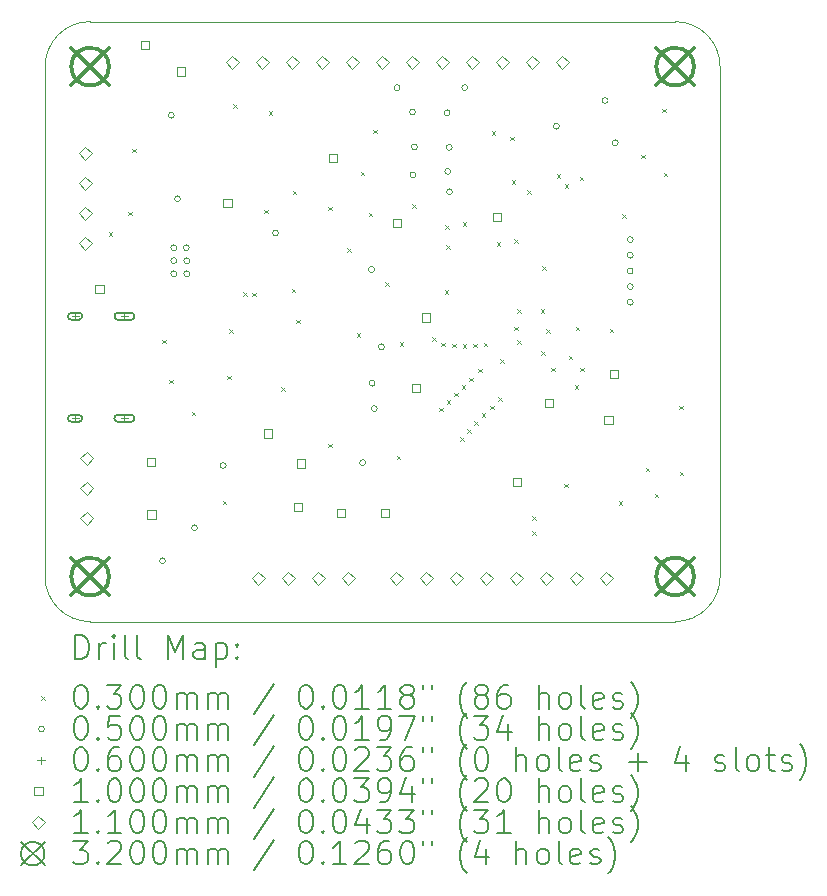
<source format=gbr>
%TF.GenerationSoftware,KiCad,Pcbnew,7.0.7*%
%TF.CreationDate,2024-09-25T18:01:12-07:00*%
%TF.ProjectId,LAF Board Proto V1.0,4c414620-426f-4617-9264-2050726f746f,rev?*%
%TF.SameCoordinates,Original*%
%TF.FileFunction,Drillmap*%
%TF.FilePolarity,Positive*%
%FSLAX45Y45*%
G04 Gerber Fmt 4.5, Leading zero omitted, Abs format (unit mm)*
G04 Created by KiCad (PCBNEW 7.0.7) date 2024-09-25 18:01:12*
%MOMM*%
%LPD*%
G01*
G04 APERTURE LIST*
%ADD10C,0.100000*%
%ADD11C,0.200000*%
%ADD12C,0.030000*%
%ADD13C,0.050000*%
%ADD14C,0.060000*%
%ADD15C,0.110000*%
%ADD16C,0.320000*%
G04 APERTURE END LIST*
D10*
X8255000Y-2921000D02*
G75*
G03*
X7874000Y-2540000I-381000J0D01*
G01*
X2921000Y-2540000D02*
G75*
G03*
X2540000Y-2921000I0J-381000D01*
G01*
X7874000Y-7620000D02*
X2921000Y-7620000D01*
X8255000Y-2921000D02*
X8255000Y-7239000D01*
X2540000Y-7239000D02*
G75*
G03*
X2921000Y-7620000I381000J0D01*
G01*
X2540000Y-7239000D02*
X2540000Y-2921000D01*
X7874000Y-7620000D02*
G75*
G03*
X8255000Y-7239000I0J381000D01*
G01*
X2921000Y-2540000D02*
X7874000Y-2540000D01*
D11*
D12*
X3078000Y-4324000D02*
X3108000Y-4354000D01*
X3108000Y-4324000D02*
X3078000Y-4354000D01*
X3242000Y-4151000D02*
X3272000Y-4181000D01*
X3272000Y-4151000D02*
X3242000Y-4181000D01*
X3278000Y-3618000D02*
X3308000Y-3648000D01*
X3308000Y-3618000D02*
X3278000Y-3648000D01*
X3531000Y-5232000D02*
X3561000Y-5262000D01*
X3561000Y-5232000D02*
X3531000Y-5262000D01*
X3590149Y-5573111D02*
X3620149Y-5603111D01*
X3620149Y-5573111D02*
X3590149Y-5603111D01*
X3782000Y-5842000D02*
X3812000Y-5872000D01*
X3812000Y-5842000D02*
X3782000Y-5872000D01*
X4042000Y-6596000D02*
X4072000Y-6626000D01*
X4072000Y-6596000D02*
X4042000Y-6626000D01*
X4083000Y-5536750D02*
X4113000Y-5566750D01*
X4113000Y-5536750D02*
X4083000Y-5566750D01*
X4101000Y-5143000D02*
X4131000Y-5173000D01*
X4131000Y-5143000D02*
X4101000Y-5173000D01*
X4134000Y-3242000D02*
X4164000Y-3272000D01*
X4164000Y-3242000D02*
X4134000Y-3272000D01*
X4217000Y-4833000D02*
X4247000Y-4863000D01*
X4247000Y-4833000D02*
X4217000Y-4863000D01*
X4292000Y-4835000D02*
X4322000Y-4865000D01*
X4322000Y-4835000D02*
X4292000Y-4865000D01*
X4395000Y-4134000D02*
X4425000Y-4164000D01*
X4425000Y-4134000D02*
X4395000Y-4164000D01*
X4433000Y-3299000D02*
X4463000Y-3329000D01*
X4463000Y-3299000D02*
X4433000Y-3329000D01*
X4540000Y-5635000D02*
X4570000Y-5665000D01*
X4570000Y-5635000D02*
X4540000Y-5665000D01*
X4630000Y-4802000D02*
X4660000Y-4832000D01*
X4660000Y-4802000D02*
X4630000Y-4832000D01*
X4634902Y-3973000D02*
X4664902Y-4003000D01*
X4664902Y-3973000D02*
X4634902Y-4003000D01*
X4667581Y-5064086D02*
X4697581Y-5094086D01*
X4697581Y-5064086D02*
X4667581Y-5094086D01*
X4937000Y-6115000D02*
X4967000Y-6145000D01*
X4967000Y-6115000D02*
X4937000Y-6145000D01*
X4939000Y-4109000D02*
X4969000Y-4139000D01*
X4969000Y-4109000D02*
X4939000Y-4139000D01*
X5097000Y-4461000D02*
X5127000Y-4491000D01*
X5127000Y-4461000D02*
X5097000Y-4491000D01*
X5180000Y-5178000D02*
X5210000Y-5208000D01*
X5210000Y-5178000D02*
X5180000Y-5208000D01*
X5214000Y-3813000D02*
X5244000Y-3843000D01*
X5244000Y-3813000D02*
X5214000Y-3843000D01*
X5279000Y-4160000D02*
X5309000Y-4190000D01*
X5309000Y-4160000D02*
X5279000Y-4190000D01*
X5318000Y-3456000D02*
X5348000Y-3486000D01*
X5348000Y-3456000D02*
X5318000Y-3486000D01*
X5419000Y-4749000D02*
X5449000Y-4779000D01*
X5449000Y-4749000D02*
X5419000Y-4779000D01*
X5516000Y-6217000D02*
X5546000Y-6247000D01*
X5546000Y-6217000D02*
X5516000Y-6247000D01*
X5543000Y-5256000D02*
X5573000Y-5286000D01*
X5573000Y-5256000D02*
X5543000Y-5286000D01*
X5649000Y-4086000D02*
X5679000Y-4116000D01*
X5679000Y-4086000D02*
X5649000Y-4116000D01*
X5818821Y-5213029D02*
X5848821Y-5243029D01*
X5848821Y-5213029D02*
X5818821Y-5243029D01*
X5877063Y-5809592D02*
X5907063Y-5839592D01*
X5907063Y-5809592D02*
X5877063Y-5839592D01*
X5895683Y-5259754D02*
X5925683Y-5289754D01*
X5925683Y-5259754D02*
X5895683Y-5289754D01*
X5924545Y-4814532D02*
X5954545Y-4844532D01*
X5954545Y-4814532D02*
X5924545Y-4844532D01*
X5930000Y-4264000D02*
X5960000Y-4294000D01*
X5960000Y-4264000D02*
X5930000Y-4294000D01*
X5938000Y-4435000D02*
X5968000Y-4465000D01*
X5968000Y-4435000D02*
X5938000Y-4465000D01*
X5940667Y-5745987D02*
X5970667Y-5775987D01*
X5970667Y-5745987D02*
X5940667Y-5775987D01*
X5985219Y-5268379D02*
X6015219Y-5298379D01*
X6015219Y-5268379D02*
X5985219Y-5298379D01*
X6004272Y-5682383D02*
X6034272Y-5712383D01*
X6034272Y-5682383D02*
X6004272Y-5712383D01*
X6056620Y-6057521D02*
X6086620Y-6087521D01*
X6086620Y-6057521D02*
X6056620Y-6087521D01*
X6067876Y-5618778D02*
X6097876Y-5648778D01*
X6097876Y-5618778D02*
X6067876Y-5648778D01*
X6075160Y-5269685D02*
X6105160Y-5299685D01*
X6105160Y-5269685D02*
X6075160Y-5299685D01*
X6077250Y-4241000D02*
X6107250Y-4271000D01*
X6107250Y-4241000D02*
X6077250Y-4271000D01*
X6115367Y-5989404D02*
X6145367Y-6019404D01*
X6145367Y-5989404D02*
X6115367Y-6019404D01*
X6131480Y-5555174D02*
X6161480Y-5585174D01*
X6161480Y-5555174D02*
X6131480Y-5585174D01*
X6165089Y-5267751D02*
X6195089Y-5297751D01*
X6195089Y-5267751D02*
X6165089Y-5297751D01*
X6174773Y-5921862D02*
X6204773Y-5951862D01*
X6204773Y-5921862D02*
X6174773Y-5951862D01*
X6207512Y-5479142D02*
X6237512Y-5509142D01*
X6237512Y-5479142D02*
X6207512Y-5509142D01*
X6238377Y-5858257D02*
X6268377Y-5888257D01*
X6268377Y-5858257D02*
X6238377Y-5888257D01*
X6254613Y-5259000D02*
X6284613Y-5289000D01*
X6284613Y-5259000D02*
X6254613Y-5289000D01*
X6308050Y-5793584D02*
X6338050Y-5823584D01*
X6338050Y-5793584D02*
X6308050Y-5823584D01*
X6320000Y-3468000D02*
X6350000Y-3498000D01*
X6350000Y-3468000D02*
X6320000Y-3498000D01*
X6364000Y-4408000D02*
X6394000Y-4438000D01*
X6394000Y-4408000D02*
X6364000Y-4438000D01*
X6377317Y-5719317D02*
X6407317Y-5749317D01*
X6407317Y-5719317D02*
X6377317Y-5749317D01*
X6394563Y-5397563D02*
X6424563Y-5427563D01*
X6424563Y-5397563D02*
X6394563Y-5427563D01*
X6476000Y-3513000D02*
X6506000Y-3543000D01*
X6506000Y-3513000D02*
X6476000Y-3543000D01*
X6490000Y-3885000D02*
X6520000Y-3915000D01*
X6520000Y-3885000D02*
X6490000Y-3915000D01*
X6511000Y-4383950D02*
X6541000Y-4413950D01*
X6541000Y-4383950D02*
X6511000Y-4413950D01*
X6514000Y-5125000D02*
X6544000Y-5155000D01*
X6544000Y-5125000D02*
X6514000Y-5155000D01*
X6537000Y-4975050D02*
X6567000Y-5005050D01*
X6567000Y-4975050D02*
X6537000Y-5005050D01*
X6539000Y-5240000D02*
X6569000Y-5270000D01*
X6569000Y-5240000D02*
X6539000Y-5270000D01*
X6620000Y-3970000D02*
X6650000Y-4000000D01*
X6650000Y-3970000D02*
X6620000Y-4000000D01*
X6664000Y-6726000D02*
X6694000Y-6756000D01*
X6694000Y-6726000D02*
X6664000Y-6756000D01*
X6664000Y-6855000D02*
X6694000Y-6885000D01*
X6694000Y-6855000D02*
X6664000Y-6885000D01*
X6738000Y-4977000D02*
X6768000Y-5007000D01*
X6768000Y-4977000D02*
X6738000Y-5007000D01*
X6742000Y-5329100D02*
X6772000Y-5359100D01*
X6772000Y-5329100D02*
X6742000Y-5359100D01*
X6750000Y-4612000D02*
X6780000Y-4642000D01*
X6780000Y-4612000D02*
X6750000Y-4642000D01*
X6781000Y-5146000D02*
X6811000Y-5176000D01*
X6811000Y-5146000D02*
X6781000Y-5176000D01*
X6827000Y-5469000D02*
X6857000Y-5499000D01*
X6857000Y-5469000D02*
X6827000Y-5499000D01*
X6870000Y-3833000D02*
X6900000Y-3863000D01*
X6900000Y-3833000D02*
X6870000Y-3863000D01*
X6936000Y-6452000D02*
X6966000Y-6482000D01*
X6966000Y-6452000D02*
X6936000Y-6482000D01*
X6939000Y-3918000D02*
X6969000Y-3948000D01*
X6969000Y-3918000D02*
X6939000Y-3948000D01*
X6973019Y-5368057D02*
X7003019Y-5398057D01*
X7003019Y-5368057D02*
X6973019Y-5398057D01*
X7026000Y-5621000D02*
X7056000Y-5651000D01*
X7056000Y-5621000D02*
X7026000Y-5651000D01*
X7032000Y-5122950D02*
X7062000Y-5152950D01*
X7062000Y-5122950D02*
X7032000Y-5152950D01*
X7065000Y-3852000D02*
X7095000Y-3882000D01*
X7095000Y-3852000D02*
X7065000Y-3882000D01*
X7070000Y-5469000D02*
X7100000Y-5499000D01*
X7100000Y-5469000D02*
X7070000Y-5499000D01*
X7319000Y-5140000D02*
X7349000Y-5170000D01*
X7349000Y-5140000D02*
X7319000Y-5170000D01*
X7395000Y-6599500D02*
X7425000Y-6629500D01*
X7425000Y-6599500D02*
X7395000Y-6629500D01*
X7425000Y-4170000D02*
X7455000Y-4200000D01*
X7455000Y-4170000D02*
X7425000Y-4200000D01*
X7585000Y-3669000D02*
X7615000Y-3699000D01*
X7615000Y-3669000D02*
X7585000Y-3699000D01*
X7625000Y-6317000D02*
X7655000Y-6347000D01*
X7655000Y-6317000D02*
X7625000Y-6347000D01*
X7700000Y-6536000D02*
X7730000Y-6566000D01*
X7730000Y-6536000D02*
X7700000Y-6566000D01*
X7764000Y-3276000D02*
X7794000Y-3306000D01*
X7794000Y-3276000D02*
X7764000Y-3306000D01*
X7777000Y-3819000D02*
X7807000Y-3849000D01*
X7807000Y-3819000D02*
X7777000Y-3849000D01*
X7910000Y-5793125D02*
X7940000Y-5823125D01*
X7940000Y-5793125D02*
X7910000Y-5823125D01*
X7912000Y-6353125D02*
X7942000Y-6383125D01*
X7942000Y-6353125D02*
X7912000Y-6383125D01*
D13*
X3559000Y-7105000D02*
G75*
G03*
X3559000Y-7105000I-25000J0D01*
G01*
X3633000Y-3333000D02*
G75*
G03*
X3633000Y-3333000I-25000J0D01*
G01*
X3655000Y-4455000D02*
G75*
G03*
X3655000Y-4455000I-25000J0D01*
G01*
X3655000Y-4564000D02*
G75*
G03*
X3655000Y-4564000I-25000J0D01*
G01*
X3655000Y-4675000D02*
G75*
G03*
X3655000Y-4675000I-25000J0D01*
G01*
X3686000Y-4040000D02*
G75*
G03*
X3686000Y-4040000I-25000J0D01*
G01*
X3760000Y-4455000D02*
G75*
G03*
X3760000Y-4455000I-25000J0D01*
G01*
X3765000Y-4565000D02*
G75*
G03*
X3765000Y-4565000I-25000J0D01*
G01*
X3765000Y-4675000D02*
G75*
G03*
X3765000Y-4675000I-25000J0D01*
G01*
X3830000Y-6825000D02*
G75*
G03*
X3830000Y-6825000I-25000J0D01*
G01*
X4072000Y-6299000D02*
G75*
G03*
X4072000Y-6299000I-25000J0D01*
G01*
X4516000Y-4330000D02*
G75*
G03*
X4516000Y-4330000I-25000J0D01*
G01*
X5253000Y-6274000D02*
G75*
G03*
X5253000Y-6274000I-25000J0D01*
G01*
X5328500Y-4639032D02*
G75*
G03*
X5328500Y-4639032I-25000J0D01*
G01*
X5334000Y-5602000D02*
G75*
G03*
X5334000Y-5602000I-25000J0D01*
G01*
X5353000Y-5817000D02*
G75*
G03*
X5353000Y-5817000I-25000J0D01*
G01*
X5412000Y-5294000D02*
G75*
G03*
X5412000Y-5294000I-25000J0D01*
G01*
X5545000Y-3100000D02*
G75*
G03*
X5545000Y-3100000I-25000J0D01*
G01*
X5675828Y-3305877D02*
G75*
G03*
X5675828Y-3305877I-25000J0D01*
G01*
X5679000Y-3838000D02*
G75*
G03*
X5679000Y-3838000I-25000J0D01*
G01*
X5691000Y-3601000D02*
G75*
G03*
X5691000Y-3601000I-25000J0D01*
G01*
X5968938Y-3311680D02*
G75*
G03*
X5968938Y-3311680I-25000J0D01*
G01*
X5973550Y-3808000D02*
G75*
G03*
X5973550Y-3808000I-25000J0D01*
G01*
X5985911Y-3605475D02*
G75*
G03*
X5985911Y-3605475I-25000J0D01*
G01*
X5989000Y-3980000D02*
G75*
G03*
X5989000Y-3980000I-25000J0D01*
G01*
X6117000Y-3099000D02*
G75*
G03*
X6117000Y-3099000I-25000J0D01*
G01*
X6894000Y-3426000D02*
G75*
G03*
X6894000Y-3426000I-25000J0D01*
G01*
X7306000Y-3208000D02*
G75*
G03*
X7306000Y-3208000I-25000J0D01*
G01*
X7392000Y-3566000D02*
G75*
G03*
X7392000Y-3566000I-25000J0D01*
G01*
X7519000Y-4386000D02*
G75*
G03*
X7519000Y-4386000I-25000J0D01*
G01*
X7519000Y-4518500D02*
G75*
G03*
X7519000Y-4518500I-25000J0D01*
G01*
X7519000Y-4651000D02*
G75*
G03*
X7519000Y-4651000I-25000J0D01*
G01*
X7519000Y-4783500D02*
G75*
G03*
X7519000Y-4783500I-25000J0D01*
G01*
X7519000Y-4916000D02*
G75*
G03*
X7519000Y-4916000I-25000J0D01*
G01*
D14*
X2794000Y-5005000D02*
X2794000Y-5065000D01*
X2764000Y-5035000D02*
X2824000Y-5035000D01*
D11*
X2824000Y-5005000D02*
X2764000Y-5005000D01*
X2764000Y-5005000D02*
G75*
G03*
X2764000Y-5065000I0J-30000D01*
G01*
X2764000Y-5065000D02*
X2824000Y-5065000D01*
X2824000Y-5065000D02*
G75*
G03*
X2824000Y-5005000I0J30000D01*
G01*
D14*
X2794000Y-5869000D02*
X2794000Y-5929000D01*
X2764000Y-5899000D02*
X2824000Y-5899000D01*
D11*
X2824000Y-5869000D02*
X2764000Y-5869000D01*
X2764000Y-5869000D02*
G75*
G03*
X2764000Y-5929000I0J-30000D01*
G01*
X2764000Y-5929000D02*
X2824000Y-5929000D01*
X2824000Y-5929000D02*
G75*
G03*
X2824000Y-5869000I0J30000D01*
G01*
D14*
X3212000Y-5005000D02*
X3212000Y-5065000D01*
X3182000Y-5035000D02*
X3242000Y-5035000D01*
D11*
X3267000Y-5005000D02*
X3157000Y-5005000D01*
X3157000Y-5005000D02*
G75*
G03*
X3157000Y-5065000I0J-30000D01*
G01*
X3157000Y-5065000D02*
X3267000Y-5065000D01*
X3267000Y-5065000D02*
G75*
G03*
X3267000Y-5005000I0J30000D01*
G01*
D14*
X3212000Y-5869000D02*
X3212000Y-5929000D01*
X3182000Y-5899000D02*
X3242000Y-5899000D01*
D11*
X3267000Y-5869000D02*
X3157000Y-5869000D01*
X3157000Y-5869000D02*
G75*
G03*
X3157000Y-5929000I0J-30000D01*
G01*
X3157000Y-5929000D02*
X3267000Y-5929000D01*
X3267000Y-5929000D02*
G75*
G03*
X3267000Y-5869000I0J30000D01*
G01*
D10*
X3036356Y-4841356D02*
X3036356Y-4770644D01*
X2965644Y-4770644D01*
X2965644Y-4841356D01*
X3036356Y-4841356D01*
X3421356Y-2771356D02*
X3421356Y-2700644D01*
X3350644Y-2700644D01*
X3350644Y-2771356D01*
X3421356Y-2771356D01*
X3472356Y-6303356D02*
X3472356Y-6232644D01*
X3401644Y-6232644D01*
X3401644Y-6303356D01*
X3472356Y-6303356D01*
X3476356Y-6748356D02*
X3476356Y-6677644D01*
X3405644Y-6677644D01*
X3405644Y-6748356D01*
X3476356Y-6748356D01*
X3723356Y-2998356D02*
X3723356Y-2927644D01*
X3652644Y-2927644D01*
X3652644Y-2998356D01*
X3723356Y-2998356D01*
X4119356Y-4112356D02*
X4119356Y-4041644D01*
X4048644Y-4041644D01*
X4048644Y-4112356D01*
X4119356Y-4112356D01*
X4463356Y-6062356D02*
X4463356Y-5991644D01*
X4392644Y-5991644D01*
X4392644Y-6062356D01*
X4463356Y-6062356D01*
X4716356Y-6685356D02*
X4716356Y-6614644D01*
X4645644Y-6614644D01*
X4645644Y-6685356D01*
X4716356Y-6685356D01*
X4742356Y-6316356D02*
X4742356Y-6245644D01*
X4671644Y-6245644D01*
X4671644Y-6316356D01*
X4742356Y-6316356D01*
X5010356Y-3731356D02*
X5010356Y-3660644D01*
X4939644Y-3660644D01*
X4939644Y-3731356D01*
X5010356Y-3731356D01*
X5080356Y-6735356D02*
X5080356Y-6664644D01*
X5009644Y-6664644D01*
X5009644Y-6735356D01*
X5080356Y-6735356D01*
X5452356Y-6735356D02*
X5452356Y-6664644D01*
X5381644Y-6664644D01*
X5381644Y-6735356D01*
X5452356Y-6735356D01*
X5554356Y-4279356D02*
X5554356Y-4208644D01*
X5483644Y-4208644D01*
X5483644Y-4279356D01*
X5554356Y-4279356D01*
X5716356Y-5675356D02*
X5716356Y-5604644D01*
X5645644Y-5604644D01*
X5645644Y-5675356D01*
X5716356Y-5675356D01*
X5799356Y-5079356D02*
X5799356Y-5008644D01*
X5728644Y-5008644D01*
X5728644Y-5079356D01*
X5799356Y-5079356D01*
X6402356Y-4229356D02*
X6402356Y-4158644D01*
X6331644Y-4158644D01*
X6331644Y-4229356D01*
X6402356Y-4229356D01*
X6568356Y-6475356D02*
X6568356Y-6404644D01*
X6497644Y-6404644D01*
X6497644Y-6475356D01*
X6568356Y-6475356D01*
X6844356Y-5802356D02*
X6844356Y-5731644D01*
X6773644Y-5731644D01*
X6773644Y-5802356D01*
X6844356Y-5802356D01*
X7344356Y-5951356D02*
X7344356Y-5880644D01*
X7273644Y-5880644D01*
X7273644Y-5951356D01*
X7344356Y-5951356D01*
X7389356Y-5561356D02*
X7389356Y-5490644D01*
X7318644Y-5490644D01*
X7318644Y-5561356D01*
X7389356Y-5561356D01*
D15*
X2879000Y-3709000D02*
X2934000Y-3654000D01*
X2879000Y-3599000D01*
X2824000Y-3654000D01*
X2879000Y-3709000D01*
X2879000Y-3963000D02*
X2934000Y-3908000D01*
X2879000Y-3853000D01*
X2824000Y-3908000D01*
X2879000Y-3963000D01*
X2879000Y-4217000D02*
X2934000Y-4162000D01*
X2879000Y-4107000D01*
X2824000Y-4162000D01*
X2879000Y-4217000D01*
X2879000Y-4471000D02*
X2934000Y-4416000D01*
X2879000Y-4361000D01*
X2824000Y-4416000D01*
X2879000Y-4471000D01*
X2891000Y-6293000D02*
X2946000Y-6238000D01*
X2891000Y-6183000D01*
X2836000Y-6238000D01*
X2891000Y-6293000D01*
X2891000Y-6547000D02*
X2946000Y-6492000D01*
X2891000Y-6437000D01*
X2836000Y-6492000D01*
X2891000Y-6547000D01*
X2891000Y-6801000D02*
X2946000Y-6746000D01*
X2891000Y-6691000D01*
X2836000Y-6746000D01*
X2891000Y-6801000D01*
X4126000Y-2940000D02*
X4181000Y-2885000D01*
X4126000Y-2830000D01*
X4071000Y-2885000D01*
X4126000Y-2940000D01*
X4343000Y-7307000D02*
X4398000Y-7252000D01*
X4343000Y-7197000D01*
X4288000Y-7252000D01*
X4343000Y-7307000D01*
X4380000Y-2940000D02*
X4435000Y-2885000D01*
X4380000Y-2830000D01*
X4325000Y-2885000D01*
X4380000Y-2940000D01*
X4597000Y-7307000D02*
X4652000Y-7252000D01*
X4597000Y-7197000D01*
X4542000Y-7252000D01*
X4597000Y-7307000D01*
X4634000Y-2940000D02*
X4689000Y-2885000D01*
X4634000Y-2830000D01*
X4579000Y-2885000D01*
X4634000Y-2940000D01*
X4851000Y-7307000D02*
X4906000Y-7252000D01*
X4851000Y-7197000D01*
X4796000Y-7252000D01*
X4851000Y-7307000D01*
X4888000Y-2940000D02*
X4943000Y-2885000D01*
X4888000Y-2830000D01*
X4833000Y-2885000D01*
X4888000Y-2940000D01*
X5105000Y-7307000D02*
X5160000Y-7252000D01*
X5105000Y-7197000D01*
X5050000Y-7252000D01*
X5105000Y-7307000D01*
X5142000Y-2940000D02*
X5197000Y-2885000D01*
X5142000Y-2830000D01*
X5087000Y-2885000D01*
X5142000Y-2940000D01*
X5396000Y-2940000D02*
X5451000Y-2885000D01*
X5396000Y-2830000D01*
X5341000Y-2885000D01*
X5396000Y-2940000D01*
X5515000Y-7308000D02*
X5570000Y-7253000D01*
X5515000Y-7198000D01*
X5460000Y-7253000D01*
X5515000Y-7308000D01*
X5650000Y-2940000D02*
X5705000Y-2885000D01*
X5650000Y-2830000D01*
X5595000Y-2885000D01*
X5650000Y-2940000D01*
X5769000Y-7308000D02*
X5824000Y-7253000D01*
X5769000Y-7198000D01*
X5714000Y-7253000D01*
X5769000Y-7308000D01*
X5904000Y-2940000D02*
X5959000Y-2885000D01*
X5904000Y-2830000D01*
X5849000Y-2885000D01*
X5904000Y-2940000D01*
X6023000Y-7308000D02*
X6078000Y-7253000D01*
X6023000Y-7198000D01*
X5968000Y-7253000D01*
X6023000Y-7308000D01*
X6158000Y-2940000D02*
X6213000Y-2885000D01*
X6158000Y-2830000D01*
X6103000Y-2885000D01*
X6158000Y-2940000D01*
X6277000Y-7308000D02*
X6332000Y-7253000D01*
X6277000Y-7198000D01*
X6222000Y-7253000D01*
X6277000Y-7308000D01*
X6412000Y-2940000D02*
X6467000Y-2885000D01*
X6412000Y-2830000D01*
X6357000Y-2885000D01*
X6412000Y-2940000D01*
X6531000Y-7308000D02*
X6586000Y-7253000D01*
X6531000Y-7198000D01*
X6476000Y-7253000D01*
X6531000Y-7308000D01*
X6666000Y-2940000D02*
X6721000Y-2885000D01*
X6666000Y-2830000D01*
X6611000Y-2885000D01*
X6666000Y-2940000D01*
X6785000Y-7308000D02*
X6840000Y-7253000D01*
X6785000Y-7198000D01*
X6730000Y-7253000D01*
X6785000Y-7308000D01*
X6920000Y-2940000D02*
X6975000Y-2885000D01*
X6920000Y-2830000D01*
X6865000Y-2885000D01*
X6920000Y-2940000D01*
X7039000Y-7308000D02*
X7094000Y-7253000D01*
X7039000Y-7198000D01*
X6984000Y-7253000D01*
X7039000Y-7308000D01*
X7293000Y-7308000D02*
X7348000Y-7253000D01*
X7293000Y-7198000D01*
X7238000Y-7253000D01*
X7293000Y-7308000D01*
D16*
X2761000Y-2761000D02*
X3081000Y-3081000D01*
X3081000Y-2761000D02*
X2761000Y-3081000D01*
X3081000Y-2921000D02*
G75*
G03*
X3081000Y-2921000I-160000J0D01*
G01*
X2761000Y-7079000D02*
X3081000Y-7399000D01*
X3081000Y-7079000D02*
X2761000Y-7399000D01*
X3081000Y-7239000D02*
G75*
G03*
X3081000Y-7239000I-160000J0D01*
G01*
X7714000Y-2761000D02*
X8034000Y-3081000D01*
X8034000Y-2761000D02*
X7714000Y-3081000D01*
X8034000Y-2921000D02*
G75*
G03*
X8034000Y-2921000I-160000J0D01*
G01*
X7714000Y-7078000D02*
X8034000Y-7398000D01*
X8034000Y-7078000D02*
X7714000Y-7398000D01*
X8034000Y-7238000D02*
G75*
G03*
X8034000Y-7238000I-160000J0D01*
G01*
D11*
X2795777Y-7936484D02*
X2795777Y-7736484D01*
X2795777Y-7736484D02*
X2843396Y-7736484D01*
X2843396Y-7736484D02*
X2871967Y-7746008D01*
X2871967Y-7746008D02*
X2891015Y-7765055D01*
X2891015Y-7765055D02*
X2900539Y-7784103D01*
X2900539Y-7784103D02*
X2910062Y-7822198D01*
X2910062Y-7822198D02*
X2910062Y-7850769D01*
X2910062Y-7850769D02*
X2900539Y-7888865D01*
X2900539Y-7888865D02*
X2891015Y-7907912D01*
X2891015Y-7907912D02*
X2871967Y-7926960D01*
X2871967Y-7926960D02*
X2843396Y-7936484D01*
X2843396Y-7936484D02*
X2795777Y-7936484D01*
X2995777Y-7936484D02*
X2995777Y-7803150D01*
X2995777Y-7841246D02*
X3005301Y-7822198D01*
X3005301Y-7822198D02*
X3014824Y-7812674D01*
X3014824Y-7812674D02*
X3033872Y-7803150D01*
X3033872Y-7803150D02*
X3052920Y-7803150D01*
X3119586Y-7936484D02*
X3119586Y-7803150D01*
X3119586Y-7736484D02*
X3110062Y-7746008D01*
X3110062Y-7746008D02*
X3119586Y-7755531D01*
X3119586Y-7755531D02*
X3129110Y-7746008D01*
X3129110Y-7746008D02*
X3119586Y-7736484D01*
X3119586Y-7736484D02*
X3119586Y-7755531D01*
X3243396Y-7936484D02*
X3224348Y-7926960D01*
X3224348Y-7926960D02*
X3214824Y-7907912D01*
X3214824Y-7907912D02*
X3214824Y-7736484D01*
X3348158Y-7936484D02*
X3329110Y-7926960D01*
X3329110Y-7926960D02*
X3319586Y-7907912D01*
X3319586Y-7907912D02*
X3319586Y-7736484D01*
X3576729Y-7936484D02*
X3576729Y-7736484D01*
X3576729Y-7736484D02*
X3643396Y-7879341D01*
X3643396Y-7879341D02*
X3710062Y-7736484D01*
X3710062Y-7736484D02*
X3710062Y-7936484D01*
X3891015Y-7936484D02*
X3891015Y-7831722D01*
X3891015Y-7831722D02*
X3881491Y-7812674D01*
X3881491Y-7812674D02*
X3862443Y-7803150D01*
X3862443Y-7803150D02*
X3824348Y-7803150D01*
X3824348Y-7803150D02*
X3805301Y-7812674D01*
X3891015Y-7926960D02*
X3871967Y-7936484D01*
X3871967Y-7936484D02*
X3824348Y-7936484D01*
X3824348Y-7936484D02*
X3805301Y-7926960D01*
X3805301Y-7926960D02*
X3795777Y-7907912D01*
X3795777Y-7907912D02*
X3795777Y-7888865D01*
X3795777Y-7888865D02*
X3805301Y-7869817D01*
X3805301Y-7869817D02*
X3824348Y-7860293D01*
X3824348Y-7860293D02*
X3871967Y-7860293D01*
X3871967Y-7860293D02*
X3891015Y-7850769D01*
X3986253Y-7803150D02*
X3986253Y-8003150D01*
X3986253Y-7812674D02*
X4005301Y-7803150D01*
X4005301Y-7803150D02*
X4043396Y-7803150D01*
X4043396Y-7803150D02*
X4062443Y-7812674D01*
X4062443Y-7812674D02*
X4071967Y-7822198D01*
X4071967Y-7822198D02*
X4081491Y-7841246D01*
X4081491Y-7841246D02*
X4081491Y-7898388D01*
X4081491Y-7898388D02*
X4071967Y-7917436D01*
X4071967Y-7917436D02*
X4062443Y-7926960D01*
X4062443Y-7926960D02*
X4043396Y-7936484D01*
X4043396Y-7936484D02*
X4005301Y-7936484D01*
X4005301Y-7936484D02*
X3986253Y-7926960D01*
X4167205Y-7917436D02*
X4176729Y-7926960D01*
X4176729Y-7926960D02*
X4167205Y-7936484D01*
X4167205Y-7936484D02*
X4157682Y-7926960D01*
X4157682Y-7926960D02*
X4167205Y-7917436D01*
X4167205Y-7917436D02*
X4167205Y-7936484D01*
X4167205Y-7812674D02*
X4176729Y-7822198D01*
X4176729Y-7822198D02*
X4167205Y-7831722D01*
X4167205Y-7831722D02*
X4157682Y-7822198D01*
X4157682Y-7822198D02*
X4167205Y-7812674D01*
X4167205Y-7812674D02*
X4167205Y-7831722D01*
D12*
X2505000Y-8250000D02*
X2535000Y-8280000D01*
X2535000Y-8250000D02*
X2505000Y-8280000D01*
D11*
X2833872Y-8156484D02*
X2852920Y-8156484D01*
X2852920Y-8156484D02*
X2871967Y-8166008D01*
X2871967Y-8166008D02*
X2881491Y-8175531D01*
X2881491Y-8175531D02*
X2891015Y-8194579D01*
X2891015Y-8194579D02*
X2900539Y-8232674D01*
X2900539Y-8232674D02*
X2900539Y-8280293D01*
X2900539Y-8280293D02*
X2891015Y-8318388D01*
X2891015Y-8318388D02*
X2881491Y-8337436D01*
X2881491Y-8337436D02*
X2871967Y-8346960D01*
X2871967Y-8346960D02*
X2852920Y-8356484D01*
X2852920Y-8356484D02*
X2833872Y-8356484D01*
X2833872Y-8356484D02*
X2814824Y-8346960D01*
X2814824Y-8346960D02*
X2805301Y-8337436D01*
X2805301Y-8337436D02*
X2795777Y-8318388D01*
X2795777Y-8318388D02*
X2786253Y-8280293D01*
X2786253Y-8280293D02*
X2786253Y-8232674D01*
X2786253Y-8232674D02*
X2795777Y-8194579D01*
X2795777Y-8194579D02*
X2805301Y-8175531D01*
X2805301Y-8175531D02*
X2814824Y-8166008D01*
X2814824Y-8166008D02*
X2833872Y-8156484D01*
X2986253Y-8337436D02*
X2995777Y-8346960D01*
X2995777Y-8346960D02*
X2986253Y-8356484D01*
X2986253Y-8356484D02*
X2976729Y-8346960D01*
X2976729Y-8346960D02*
X2986253Y-8337436D01*
X2986253Y-8337436D02*
X2986253Y-8356484D01*
X3062443Y-8156484D02*
X3186253Y-8156484D01*
X3186253Y-8156484D02*
X3119586Y-8232674D01*
X3119586Y-8232674D02*
X3148158Y-8232674D01*
X3148158Y-8232674D02*
X3167205Y-8242198D01*
X3167205Y-8242198D02*
X3176729Y-8251722D01*
X3176729Y-8251722D02*
X3186253Y-8270769D01*
X3186253Y-8270769D02*
X3186253Y-8318388D01*
X3186253Y-8318388D02*
X3176729Y-8337436D01*
X3176729Y-8337436D02*
X3167205Y-8346960D01*
X3167205Y-8346960D02*
X3148158Y-8356484D01*
X3148158Y-8356484D02*
X3091015Y-8356484D01*
X3091015Y-8356484D02*
X3071967Y-8346960D01*
X3071967Y-8346960D02*
X3062443Y-8337436D01*
X3310062Y-8156484D02*
X3329110Y-8156484D01*
X3329110Y-8156484D02*
X3348158Y-8166008D01*
X3348158Y-8166008D02*
X3357682Y-8175531D01*
X3357682Y-8175531D02*
X3367205Y-8194579D01*
X3367205Y-8194579D02*
X3376729Y-8232674D01*
X3376729Y-8232674D02*
X3376729Y-8280293D01*
X3376729Y-8280293D02*
X3367205Y-8318388D01*
X3367205Y-8318388D02*
X3357682Y-8337436D01*
X3357682Y-8337436D02*
X3348158Y-8346960D01*
X3348158Y-8346960D02*
X3329110Y-8356484D01*
X3329110Y-8356484D02*
X3310062Y-8356484D01*
X3310062Y-8356484D02*
X3291015Y-8346960D01*
X3291015Y-8346960D02*
X3281491Y-8337436D01*
X3281491Y-8337436D02*
X3271967Y-8318388D01*
X3271967Y-8318388D02*
X3262443Y-8280293D01*
X3262443Y-8280293D02*
X3262443Y-8232674D01*
X3262443Y-8232674D02*
X3271967Y-8194579D01*
X3271967Y-8194579D02*
X3281491Y-8175531D01*
X3281491Y-8175531D02*
X3291015Y-8166008D01*
X3291015Y-8166008D02*
X3310062Y-8156484D01*
X3500539Y-8156484D02*
X3519586Y-8156484D01*
X3519586Y-8156484D02*
X3538634Y-8166008D01*
X3538634Y-8166008D02*
X3548158Y-8175531D01*
X3548158Y-8175531D02*
X3557682Y-8194579D01*
X3557682Y-8194579D02*
X3567205Y-8232674D01*
X3567205Y-8232674D02*
X3567205Y-8280293D01*
X3567205Y-8280293D02*
X3557682Y-8318388D01*
X3557682Y-8318388D02*
X3548158Y-8337436D01*
X3548158Y-8337436D02*
X3538634Y-8346960D01*
X3538634Y-8346960D02*
X3519586Y-8356484D01*
X3519586Y-8356484D02*
X3500539Y-8356484D01*
X3500539Y-8356484D02*
X3481491Y-8346960D01*
X3481491Y-8346960D02*
X3471967Y-8337436D01*
X3471967Y-8337436D02*
X3462443Y-8318388D01*
X3462443Y-8318388D02*
X3452920Y-8280293D01*
X3452920Y-8280293D02*
X3452920Y-8232674D01*
X3452920Y-8232674D02*
X3462443Y-8194579D01*
X3462443Y-8194579D02*
X3471967Y-8175531D01*
X3471967Y-8175531D02*
X3481491Y-8166008D01*
X3481491Y-8166008D02*
X3500539Y-8156484D01*
X3652920Y-8356484D02*
X3652920Y-8223150D01*
X3652920Y-8242198D02*
X3662443Y-8232674D01*
X3662443Y-8232674D02*
X3681491Y-8223150D01*
X3681491Y-8223150D02*
X3710063Y-8223150D01*
X3710063Y-8223150D02*
X3729110Y-8232674D01*
X3729110Y-8232674D02*
X3738634Y-8251722D01*
X3738634Y-8251722D02*
X3738634Y-8356484D01*
X3738634Y-8251722D02*
X3748158Y-8232674D01*
X3748158Y-8232674D02*
X3767205Y-8223150D01*
X3767205Y-8223150D02*
X3795777Y-8223150D01*
X3795777Y-8223150D02*
X3814824Y-8232674D01*
X3814824Y-8232674D02*
X3824348Y-8251722D01*
X3824348Y-8251722D02*
X3824348Y-8356484D01*
X3919586Y-8356484D02*
X3919586Y-8223150D01*
X3919586Y-8242198D02*
X3929110Y-8232674D01*
X3929110Y-8232674D02*
X3948158Y-8223150D01*
X3948158Y-8223150D02*
X3976729Y-8223150D01*
X3976729Y-8223150D02*
X3995777Y-8232674D01*
X3995777Y-8232674D02*
X4005301Y-8251722D01*
X4005301Y-8251722D02*
X4005301Y-8356484D01*
X4005301Y-8251722D02*
X4014824Y-8232674D01*
X4014824Y-8232674D02*
X4033872Y-8223150D01*
X4033872Y-8223150D02*
X4062443Y-8223150D01*
X4062443Y-8223150D02*
X4081491Y-8232674D01*
X4081491Y-8232674D02*
X4091015Y-8251722D01*
X4091015Y-8251722D02*
X4091015Y-8356484D01*
X4481491Y-8146960D02*
X4310063Y-8404103D01*
X4738634Y-8156484D02*
X4757682Y-8156484D01*
X4757682Y-8156484D02*
X4776729Y-8166008D01*
X4776729Y-8166008D02*
X4786253Y-8175531D01*
X4786253Y-8175531D02*
X4795777Y-8194579D01*
X4795777Y-8194579D02*
X4805301Y-8232674D01*
X4805301Y-8232674D02*
X4805301Y-8280293D01*
X4805301Y-8280293D02*
X4795777Y-8318388D01*
X4795777Y-8318388D02*
X4786253Y-8337436D01*
X4786253Y-8337436D02*
X4776729Y-8346960D01*
X4776729Y-8346960D02*
X4757682Y-8356484D01*
X4757682Y-8356484D02*
X4738634Y-8356484D01*
X4738634Y-8356484D02*
X4719587Y-8346960D01*
X4719587Y-8346960D02*
X4710063Y-8337436D01*
X4710063Y-8337436D02*
X4700539Y-8318388D01*
X4700539Y-8318388D02*
X4691015Y-8280293D01*
X4691015Y-8280293D02*
X4691015Y-8232674D01*
X4691015Y-8232674D02*
X4700539Y-8194579D01*
X4700539Y-8194579D02*
X4710063Y-8175531D01*
X4710063Y-8175531D02*
X4719587Y-8166008D01*
X4719587Y-8166008D02*
X4738634Y-8156484D01*
X4891015Y-8337436D02*
X4900539Y-8346960D01*
X4900539Y-8346960D02*
X4891015Y-8356484D01*
X4891015Y-8356484D02*
X4881491Y-8346960D01*
X4881491Y-8346960D02*
X4891015Y-8337436D01*
X4891015Y-8337436D02*
X4891015Y-8356484D01*
X5024348Y-8156484D02*
X5043396Y-8156484D01*
X5043396Y-8156484D02*
X5062444Y-8166008D01*
X5062444Y-8166008D02*
X5071968Y-8175531D01*
X5071968Y-8175531D02*
X5081491Y-8194579D01*
X5081491Y-8194579D02*
X5091015Y-8232674D01*
X5091015Y-8232674D02*
X5091015Y-8280293D01*
X5091015Y-8280293D02*
X5081491Y-8318388D01*
X5081491Y-8318388D02*
X5071968Y-8337436D01*
X5071968Y-8337436D02*
X5062444Y-8346960D01*
X5062444Y-8346960D02*
X5043396Y-8356484D01*
X5043396Y-8356484D02*
X5024348Y-8356484D01*
X5024348Y-8356484D02*
X5005301Y-8346960D01*
X5005301Y-8346960D02*
X4995777Y-8337436D01*
X4995777Y-8337436D02*
X4986253Y-8318388D01*
X4986253Y-8318388D02*
X4976729Y-8280293D01*
X4976729Y-8280293D02*
X4976729Y-8232674D01*
X4976729Y-8232674D02*
X4986253Y-8194579D01*
X4986253Y-8194579D02*
X4995777Y-8175531D01*
X4995777Y-8175531D02*
X5005301Y-8166008D01*
X5005301Y-8166008D02*
X5024348Y-8156484D01*
X5281491Y-8356484D02*
X5167206Y-8356484D01*
X5224348Y-8356484D02*
X5224348Y-8156484D01*
X5224348Y-8156484D02*
X5205301Y-8185055D01*
X5205301Y-8185055D02*
X5186253Y-8204103D01*
X5186253Y-8204103D02*
X5167206Y-8213627D01*
X5471968Y-8356484D02*
X5357682Y-8356484D01*
X5414825Y-8356484D02*
X5414825Y-8156484D01*
X5414825Y-8156484D02*
X5395777Y-8185055D01*
X5395777Y-8185055D02*
X5376729Y-8204103D01*
X5376729Y-8204103D02*
X5357682Y-8213627D01*
X5586253Y-8242198D02*
X5567206Y-8232674D01*
X5567206Y-8232674D02*
X5557682Y-8223150D01*
X5557682Y-8223150D02*
X5548158Y-8204103D01*
X5548158Y-8204103D02*
X5548158Y-8194579D01*
X5548158Y-8194579D02*
X5557682Y-8175531D01*
X5557682Y-8175531D02*
X5567206Y-8166008D01*
X5567206Y-8166008D02*
X5586253Y-8156484D01*
X5586253Y-8156484D02*
X5624348Y-8156484D01*
X5624348Y-8156484D02*
X5643396Y-8166008D01*
X5643396Y-8166008D02*
X5652920Y-8175531D01*
X5652920Y-8175531D02*
X5662444Y-8194579D01*
X5662444Y-8194579D02*
X5662444Y-8204103D01*
X5662444Y-8204103D02*
X5652920Y-8223150D01*
X5652920Y-8223150D02*
X5643396Y-8232674D01*
X5643396Y-8232674D02*
X5624348Y-8242198D01*
X5624348Y-8242198D02*
X5586253Y-8242198D01*
X5586253Y-8242198D02*
X5567206Y-8251722D01*
X5567206Y-8251722D02*
X5557682Y-8261246D01*
X5557682Y-8261246D02*
X5548158Y-8280293D01*
X5548158Y-8280293D02*
X5548158Y-8318388D01*
X5548158Y-8318388D02*
X5557682Y-8337436D01*
X5557682Y-8337436D02*
X5567206Y-8346960D01*
X5567206Y-8346960D02*
X5586253Y-8356484D01*
X5586253Y-8356484D02*
X5624348Y-8356484D01*
X5624348Y-8356484D02*
X5643396Y-8346960D01*
X5643396Y-8346960D02*
X5652920Y-8337436D01*
X5652920Y-8337436D02*
X5662444Y-8318388D01*
X5662444Y-8318388D02*
X5662444Y-8280293D01*
X5662444Y-8280293D02*
X5652920Y-8261246D01*
X5652920Y-8261246D02*
X5643396Y-8251722D01*
X5643396Y-8251722D02*
X5624348Y-8242198D01*
X5738634Y-8156484D02*
X5738634Y-8194579D01*
X5814825Y-8156484D02*
X5814825Y-8194579D01*
X6110063Y-8432674D02*
X6100539Y-8423150D01*
X6100539Y-8423150D02*
X6081491Y-8394579D01*
X6081491Y-8394579D02*
X6071968Y-8375531D01*
X6071968Y-8375531D02*
X6062444Y-8346960D01*
X6062444Y-8346960D02*
X6052920Y-8299341D01*
X6052920Y-8299341D02*
X6052920Y-8261246D01*
X6052920Y-8261246D02*
X6062444Y-8213627D01*
X6062444Y-8213627D02*
X6071968Y-8185055D01*
X6071968Y-8185055D02*
X6081491Y-8166008D01*
X6081491Y-8166008D02*
X6100539Y-8137436D01*
X6100539Y-8137436D02*
X6110063Y-8127912D01*
X6214825Y-8242198D02*
X6195777Y-8232674D01*
X6195777Y-8232674D02*
X6186253Y-8223150D01*
X6186253Y-8223150D02*
X6176729Y-8204103D01*
X6176729Y-8204103D02*
X6176729Y-8194579D01*
X6176729Y-8194579D02*
X6186253Y-8175531D01*
X6186253Y-8175531D02*
X6195777Y-8166008D01*
X6195777Y-8166008D02*
X6214825Y-8156484D01*
X6214825Y-8156484D02*
X6252920Y-8156484D01*
X6252920Y-8156484D02*
X6271968Y-8166008D01*
X6271968Y-8166008D02*
X6281491Y-8175531D01*
X6281491Y-8175531D02*
X6291015Y-8194579D01*
X6291015Y-8194579D02*
X6291015Y-8204103D01*
X6291015Y-8204103D02*
X6281491Y-8223150D01*
X6281491Y-8223150D02*
X6271968Y-8232674D01*
X6271968Y-8232674D02*
X6252920Y-8242198D01*
X6252920Y-8242198D02*
X6214825Y-8242198D01*
X6214825Y-8242198D02*
X6195777Y-8251722D01*
X6195777Y-8251722D02*
X6186253Y-8261246D01*
X6186253Y-8261246D02*
X6176729Y-8280293D01*
X6176729Y-8280293D02*
X6176729Y-8318388D01*
X6176729Y-8318388D02*
X6186253Y-8337436D01*
X6186253Y-8337436D02*
X6195777Y-8346960D01*
X6195777Y-8346960D02*
X6214825Y-8356484D01*
X6214825Y-8356484D02*
X6252920Y-8356484D01*
X6252920Y-8356484D02*
X6271968Y-8346960D01*
X6271968Y-8346960D02*
X6281491Y-8337436D01*
X6281491Y-8337436D02*
X6291015Y-8318388D01*
X6291015Y-8318388D02*
X6291015Y-8280293D01*
X6291015Y-8280293D02*
X6281491Y-8261246D01*
X6281491Y-8261246D02*
X6271968Y-8251722D01*
X6271968Y-8251722D02*
X6252920Y-8242198D01*
X6462444Y-8156484D02*
X6424348Y-8156484D01*
X6424348Y-8156484D02*
X6405301Y-8166008D01*
X6405301Y-8166008D02*
X6395777Y-8175531D01*
X6395777Y-8175531D02*
X6376729Y-8204103D01*
X6376729Y-8204103D02*
X6367206Y-8242198D01*
X6367206Y-8242198D02*
X6367206Y-8318388D01*
X6367206Y-8318388D02*
X6376729Y-8337436D01*
X6376729Y-8337436D02*
X6386253Y-8346960D01*
X6386253Y-8346960D02*
X6405301Y-8356484D01*
X6405301Y-8356484D02*
X6443396Y-8356484D01*
X6443396Y-8356484D02*
X6462444Y-8346960D01*
X6462444Y-8346960D02*
X6471968Y-8337436D01*
X6471968Y-8337436D02*
X6481491Y-8318388D01*
X6481491Y-8318388D02*
X6481491Y-8270769D01*
X6481491Y-8270769D02*
X6471968Y-8251722D01*
X6471968Y-8251722D02*
X6462444Y-8242198D01*
X6462444Y-8242198D02*
X6443396Y-8232674D01*
X6443396Y-8232674D02*
X6405301Y-8232674D01*
X6405301Y-8232674D02*
X6386253Y-8242198D01*
X6386253Y-8242198D02*
X6376729Y-8251722D01*
X6376729Y-8251722D02*
X6367206Y-8270769D01*
X6719587Y-8356484D02*
X6719587Y-8156484D01*
X6805301Y-8356484D02*
X6805301Y-8251722D01*
X6805301Y-8251722D02*
X6795777Y-8232674D01*
X6795777Y-8232674D02*
X6776730Y-8223150D01*
X6776730Y-8223150D02*
X6748158Y-8223150D01*
X6748158Y-8223150D02*
X6729110Y-8232674D01*
X6729110Y-8232674D02*
X6719587Y-8242198D01*
X6929110Y-8356484D02*
X6910063Y-8346960D01*
X6910063Y-8346960D02*
X6900539Y-8337436D01*
X6900539Y-8337436D02*
X6891015Y-8318388D01*
X6891015Y-8318388D02*
X6891015Y-8261246D01*
X6891015Y-8261246D02*
X6900539Y-8242198D01*
X6900539Y-8242198D02*
X6910063Y-8232674D01*
X6910063Y-8232674D02*
X6929110Y-8223150D01*
X6929110Y-8223150D02*
X6957682Y-8223150D01*
X6957682Y-8223150D02*
X6976730Y-8232674D01*
X6976730Y-8232674D02*
X6986253Y-8242198D01*
X6986253Y-8242198D02*
X6995777Y-8261246D01*
X6995777Y-8261246D02*
X6995777Y-8318388D01*
X6995777Y-8318388D02*
X6986253Y-8337436D01*
X6986253Y-8337436D02*
X6976730Y-8346960D01*
X6976730Y-8346960D02*
X6957682Y-8356484D01*
X6957682Y-8356484D02*
X6929110Y-8356484D01*
X7110063Y-8356484D02*
X7091015Y-8346960D01*
X7091015Y-8346960D02*
X7081491Y-8327912D01*
X7081491Y-8327912D02*
X7081491Y-8156484D01*
X7262444Y-8346960D02*
X7243396Y-8356484D01*
X7243396Y-8356484D02*
X7205301Y-8356484D01*
X7205301Y-8356484D02*
X7186253Y-8346960D01*
X7186253Y-8346960D02*
X7176730Y-8327912D01*
X7176730Y-8327912D02*
X7176730Y-8251722D01*
X7176730Y-8251722D02*
X7186253Y-8232674D01*
X7186253Y-8232674D02*
X7205301Y-8223150D01*
X7205301Y-8223150D02*
X7243396Y-8223150D01*
X7243396Y-8223150D02*
X7262444Y-8232674D01*
X7262444Y-8232674D02*
X7271968Y-8251722D01*
X7271968Y-8251722D02*
X7271968Y-8270769D01*
X7271968Y-8270769D02*
X7176730Y-8289817D01*
X7348158Y-8346960D02*
X7367206Y-8356484D01*
X7367206Y-8356484D02*
X7405301Y-8356484D01*
X7405301Y-8356484D02*
X7424349Y-8346960D01*
X7424349Y-8346960D02*
X7433872Y-8327912D01*
X7433872Y-8327912D02*
X7433872Y-8318388D01*
X7433872Y-8318388D02*
X7424349Y-8299341D01*
X7424349Y-8299341D02*
X7405301Y-8289817D01*
X7405301Y-8289817D02*
X7376730Y-8289817D01*
X7376730Y-8289817D02*
X7357682Y-8280293D01*
X7357682Y-8280293D02*
X7348158Y-8261246D01*
X7348158Y-8261246D02*
X7348158Y-8251722D01*
X7348158Y-8251722D02*
X7357682Y-8232674D01*
X7357682Y-8232674D02*
X7376730Y-8223150D01*
X7376730Y-8223150D02*
X7405301Y-8223150D01*
X7405301Y-8223150D02*
X7424349Y-8232674D01*
X7500539Y-8432674D02*
X7510063Y-8423150D01*
X7510063Y-8423150D02*
X7529111Y-8394579D01*
X7529111Y-8394579D02*
X7538634Y-8375531D01*
X7538634Y-8375531D02*
X7548158Y-8346960D01*
X7548158Y-8346960D02*
X7557682Y-8299341D01*
X7557682Y-8299341D02*
X7557682Y-8261246D01*
X7557682Y-8261246D02*
X7548158Y-8213627D01*
X7548158Y-8213627D02*
X7538634Y-8185055D01*
X7538634Y-8185055D02*
X7529111Y-8166008D01*
X7529111Y-8166008D02*
X7510063Y-8137436D01*
X7510063Y-8137436D02*
X7500539Y-8127912D01*
D13*
X2535000Y-8529000D02*
G75*
G03*
X2535000Y-8529000I-25000J0D01*
G01*
D11*
X2833872Y-8420484D02*
X2852920Y-8420484D01*
X2852920Y-8420484D02*
X2871967Y-8430008D01*
X2871967Y-8430008D02*
X2881491Y-8439531D01*
X2881491Y-8439531D02*
X2891015Y-8458579D01*
X2891015Y-8458579D02*
X2900539Y-8496674D01*
X2900539Y-8496674D02*
X2900539Y-8544293D01*
X2900539Y-8544293D02*
X2891015Y-8582389D01*
X2891015Y-8582389D02*
X2881491Y-8601436D01*
X2881491Y-8601436D02*
X2871967Y-8610960D01*
X2871967Y-8610960D02*
X2852920Y-8620484D01*
X2852920Y-8620484D02*
X2833872Y-8620484D01*
X2833872Y-8620484D02*
X2814824Y-8610960D01*
X2814824Y-8610960D02*
X2805301Y-8601436D01*
X2805301Y-8601436D02*
X2795777Y-8582389D01*
X2795777Y-8582389D02*
X2786253Y-8544293D01*
X2786253Y-8544293D02*
X2786253Y-8496674D01*
X2786253Y-8496674D02*
X2795777Y-8458579D01*
X2795777Y-8458579D02*
X2805301Y-8439531D01*
X2805301Y-8439531D02*
X2814824Y-8430008D01*
X2814824Y-8430008D02*
X2833872Y-8420484D01*
X2986253Y-8601436D02*
X2995777Y-8610960D01*
X2995777Y-8610960D02*
X2986253Y-8620484D01*
X2986253Y-8620484D02*
X2976729Y-8610960D01*
X2976729Y-8610960D02*
X2986253Y-8601436D01*
X2986253Y-8601436D02*
X2986253Y-8620484D01*
X3176729Y-8420484D02*
X3081491Y-8420484D01*
X3081491Y-8420484D02*
X3071967Y-8515722D01*
X3071967Y-8515722D02*
X3081491Y-8506198D01*
X3081491Y-8506198D02*
X3100539Y-8496674D01*
X3100539Y-8496674D02*
X3148158Y-8496674D01*
X3148158Y-8496674D02*
X3167205Y-8506198D01*
X3167205Y-8506198D02*
X3176729Y-8515722D01*
X3176729Y-8515722D02*
X3186253Y-8534770D01*
X3186253Y-8534770D02*
X3186253Y-8582389D01*
X3186253Y-8582389D02*
X3176729Y-8601436D01*
X3176729Y-8601436D02*
X3167205Y-8610960D01*
X3167205Y-8610960D02*
X3148158Y-8620484D01*
X3148158Y-8620484D02*
X3100539Y-8620484D01*
X3100539Y-8620484D02*
X3081491Y-8610960D01*
X3081491Y-8610960D02*
X3071967Y-8601436D01*
X3310062Y-8420484D02*
X3329110Y-8420484D01*
X3329110Y-8420484D02*
X3348158Y-8430008D01*
X3348158Y-8430008D02*
X3357682Y-8439531D01*
X3357682Y-8439531D02*
X3367205Y-8458579D01*
X3367205Y-8458579D02*
X3376729Y-8496674D01*
X3376729Y-8496674D02*
X3376729Y-8544293D01*
X3376729Y-8544293D02*
X3367205Y-8582389D01*
X3367205Y-8582389D02*
X3357682Y-8601436D01*
X3357682Y-8601436D02*
X3348158Y-8610960D01*
X3348158Y-8610960D02*
X3329110Y-8620484D01*
X3329110Y-8620484D02*
X3310062Y-8620484D01*
X3310062Y-8620484D02*
X3291015Y-8610960D01*
X3291015Y-8610960D02*
X3281491Y-8601436D01*
X3281491Y-8601436D02*
X3271967Y-8582389D01*
X3271967Y-8582389D02*
X3262443Y-8544293D01*
X3262443Y-8544293D02*
X3262443Y-8496674D01*
X3262443Y-8496674D02*
X3271967Y-8458579D01*
X3271967Y-8458579D02*
X3281491Y-8439531D01*
X3281491Y-8439531D02*
X3291015Y-8430008D01*
X3291015Y-8430008D02*
X3310062Y-8420484D01*
X3500539Y-8420484D02*
X3519586Y-8420484D01*
X3519586Y-8420484D02*
X3538634Y-8430008D01*
X3538634Y-8430008D02*
X3548158Y-8439531D01*
X3548158Y-8439531D02*
X3557682Y-8458579D01*
X3557682Y-8458579D02*
X3567205Y-8496674D01*
X3567205Y-8496674D02*
X3567205Y-8544293D01*
X3567205Y-8544293D02*
X3557682Y-8582389D01*
X3557682Y-8582389D02*
X3548158Y-8601436D01*
X3548158Y-8601436D02*
X3538634Y-8610960D01*
X3538634Y-8610960D02*
X3519586Y-8620484D01*
X3519586Y-8620484D02*
X3500539Y-8620484D01*
X3500539Y-8620484D02*
X3481491Y-8610960D01*
X3481491Y-8610960D02*
X3471967Y-8601436D01*
X3471967Y-8601436D02*
X3462443Y-8582389D01*
X3462443Y-8582389D02*
X3452920Y-8544293D01*
X3452920Y-8544293D02*
X3452920Y-8496674D01*
X3452920Y-8496674D02*
X3462443Y-8458579D01*
X3462443Y-8458579D02*
X3471967Y-8439531D01*
X3471967Y-8439531D02*
X3481491Y-8430008D01*
X3481491Y-8430008D02*
X3500539Y-8420484D01*
X3652920Y-8620484D02*
X3652920Y-8487150D01*
X3652920Y-8506198D02*
X3662443Y-8496674D01*
X3662443Y-8496674D02*
X3681491Y-8487150D01*
X3681491Y-8487150D02*
X3710063Y-8487150D01*
X3710063Y-8487150D02*
X3729110Y-8496674D01*
X3729110Y-8496674D02*
X3738634Y-8515722D01*
X3738634Y-8515722D02*
X3738634Y-8620484D01*
X3738634Y-8515722D02*
X3748158Y-8496674D01*
X3748158Y-8496674D02*
X3767205Y-8487150D01*
X3767205Y-8487150D02*
X3795777Y-8487150D01*
X3795777Y-8487150D02*
X3814824Y-8496674D01*
X3814824Y-8496674D02*
X3824348Y-8515722D01*
X3824348Y-8515722D02*
X3824348Y-8620484D01*
X3919586Y-8620484D02*
X3919586Y-8487150D01*
X3919586Y-8506198D02*
X3929110Y-8496674D01*
X3929110Y-8496674D02*
X3948158Y-8487150D01*
X3948158Y-8487150D02*
X3976729Y-8487150D01*
X3976729Y-8487150D02*
X3995777Y-8496674D01*
X3995777Y-8496674D02*
X4005301Y-8515722D01*
X4005301Y-8515722D02*
X4005301Y-8620484D01*
X4005301Y-8515722D02*
X4014824Y-8496674D01*
X4014824Y-8496674D02*
X4033872Y-8487150D01*
X4033872Y-8487150D02*
X4062443Y-8487150D01*
X4062443Y-8487150D02*
X4081491Y-8496674D01*
X4081491Y-8496674D02*
X4091015Y-8515722D01*
X4091015Y-8515722D02*
X4091015Y-8620484D01*
X4481491Y-8410960D02*
X4310063Y-8668103D01*
X4738634Y-8420484D02*
X4757682Y-8420484D01*
X4757682Y-8420484D02*
X4776729Y-8430008D01*
X4776729Y-8430008D02*
X4786253Y-8439531D01*
X4786253Y-8439531D02*
X4795777Y-8458579D01*
X4795777Y-8458579D02*
X4805301Y-8496674D01*
X4805301Y-8496674D02*
X4805301Y-8544293D01*
X4805301Y-8544293D02*
X4795777Y-8582389D01*
X4795777Y-8582389D02*
X4786253Y-8601436D01*
X4786253Y-8601436D02*
X4776729Y-8610960D01*
X4776729Y-8610960D02*
X4757682Y-8620484D01*
X4757682Y-8620484D02*
X4738634Y-8620484D01*
X4738634Y-8620484D02*
X4719587Y-8610960D01*
X4719587Y-8610960D02*
X4710063Y-8601436D01*
X4710063Y-8601436D02*
X4700539Y-8582389D01*
X4700539Y-8582389D02*
X4691015Y-8544293D01*
X4691015Y-8544293D02*
X4691015Y-8496674D01*
X4691015Y-8496674D02*
X4700539Y-8458579D01*
X4700539Y-8458579D02*
X4710063Y-8439531D01*
X4710063Y-8439531D02*
X4719587Y-8430008D01*
X4719587Y-8430008D02*
X4738634Y-8420484D01*
X4891015Y-8601436D02*
X4900539Y-8610960D01*
X4900539Y-8610960D02*
X4891015Y-8620484D01*
X4891015Y-8620484D02*
X4881491Y-8610960D01*
X4881491Y-8610960D02*
X4891015Y-8601436D01*
X4891015Y-8601436D02*
X4891015Y-8620484D01*
X5024348Y-8420484D02*
X5043396Y-8420484D01*
X5043396Y-8420484D02*
X5062444Y-8430008D01*
X5062444Y-8430008D02*
X5071968Y-8439531D01*
X5071968Y-8439531D02*
X5081491Y-8458579D01*
X5081491Y-8458579D02*
X5091015Y-8496674D01*
X5091015Y-8496674D02*
X5091015Y-8544293D01*
X5091015Y-8544293D02*
X5081491Y-8582389D01*
X5081491Y-8582389D02*
X5071968Y-8601436D01*
X5071968Y-8601436D02*
X5062444Y-8610960D01*
X5062444Y-8610960D02*
X5043396Y-8620484D01*
X5043396Y-8620484D02*
X5024348Y-8620484D01*
X5024348Y-8620484D02*
X5005301Y-8610960D01*
X5005301Y-8610960D02*
X4995777Y-8601436D01*
X4995777Y-8601436D02*
X4986253Y-8582389D01*
X4986253Y-8582389D02*
X4976729Y-8544293D01*
X4976729Y-8544293D02*
X4976729Y-8496674D01*
X4976729Y-8496674D02*
X4986253Y-8458579D01*
X4986253Y-8458579D02*
X4995777Y-8439531D01*
X4995777Y-8439531D02*
X5005301Y-8430008D01*
X5005301Y-8430008D02*
X5024348Y-8420484D01*
X5281491Y-8620484D02*
X5167206Y-8620484D01*
X5224348Y-8620484D02*
X5224348Y-8420484D01*
X5224348Y-8420484D02*
X5205301Y-8449055D01*
X5205301Y-8449055D02*
X5186253Y-8468103D01*
X5186253Y-8468103D02*
X5167206Y-8477627D01*
X5376729Y-8620484D02*
X5414825Y-8620484D01*
X5414825Y-8620484D02*
X5433872Y-8610960D01*
X5433872Y-8610960D02*
X5443396Y-8601436D01*
X5443396Y-8601436D02*
X5462444Y-8572865D01*
X5462444Y-8572865D02*
X5471968Y-8534770D01*
X5471968Y-8534770D02*
X5471968Y-8458579D01*
X5471968Y-8458579D02*
X5462444Y-8439531D01*
X5462444Y-8439531D02*
X5452920Y-8430008D01*
X5452920Y-8430008D02*
X5433872Y-8420484D01*
X5433872Y-8420484D02*
X5395777Y-8420484D01*
X5395777Y-8420484D02*
X5376729Y-8430008D01*
X5376729Y-8430008D02*
X5367206Y-8439531D01*
X5367206Y-8439531D02*
X5357682Y-8458579D01*
X5357682Y-8458579D02*
X5357682Y-8506198D01*
X5357682Y-8506198D02*
X5367206Y-8525246D01*
X5367206Y-8525246D02*
X5376729Y-8534770D01*
X5376729Y-8534770D02*
X5395777Y-8544293D01*
X5395777Y-8544293D02*
X5433872Y-8544293D01*
X5433872Y-8544293D02*
X5452920Y-8534770D01*
X5452920Y-8534770D02*
X5462444Y-8525246D01*
X5462444Y-8525246D02*
X5471968Y-8506198D01*
X5538634Y-8420484D02*
X5671967Y-8420484D01*
X5671967Y-8420484D02*
X5586253Y-8620484D01*
X5738634Y-8420484D02*
X5738634Y-8458579D01*
X5814825Y-8420484D02*
X5814825Y-8458579D01*
X6110063Y-8696674D02*
X6100539Y-8687150D01*
X6100539Y-8687150D02*
X6081491Y-8658579D01*
X6081491Y-8658579D02*
X6071968Y-8639531D01*
X6071968Y-8639531D02*
X6062444Y-8610960D01*
X6062444Y-8610960D02*
X6052920Y-8563341D01*
X6052920Y-8563341D02*
X6052920Y-8525246D01*
X6052920Y-8525246D02*
X6062444Y-8477627D01*
X6062444Y-8477627D02*
X6071968Y-8449055D01*
X6071968Y-8449055D02*
X6081491Y-8430008D01*
X6081491Y-8430008D02*
X6100539Y-8401436D01*
X6100539Y-8401436D02*
X6110063Y-8391912D01*
X6167206Y-8420484D02*
X6291015Y-8420484D01*
X6291015Y-8420484D02*
X6224348Y-8496674D01*
X6224348Y-8496674D02*
X6252920Y-8496674D01*
X6252920Y-8496674D02*
X6271968Y-8506198D01*
X6271968Y-8506198D02*
X6281491Y-8515722D01*
X6281491Y-8515722D02*
X6291015Y-8534770D01*
X6291015Y-8534770D02*
X6291015Y-8582389D01*
X6291015Y-8582389D02*
X6281491Y-8601436D01*
X6281491Y-8601436D02*
X6271968Y-8610960D01*
X6271968Y-8610960D02*
X6252920Y-8620484D01*
X6252920Y-8620484D02*
X6195777Y-8620484D01*
X6195777Y-8620484D02*
X6176729Y-8610960D01*
X6176729Y-8610960D02*
X6167206Y-8601436D01*
X6462444Y-8487150D02*
X6462444Y-8620484D01*
X6414825Y-8410960D02*
X6367206Y-8553817D01*
X6367206Y-8553817D02*
X6491015Y-8553817D01*
X6719587Y-8620484D02*
X6719587Y-8420484D01*
X6805301Y-8620484D02*
X6805301Y-8515722D01*
X6805301Y-8515722D02*
X6795777Y-8496674D01*
X6795777Y-8496674D02*
X6776730Y-8487150D01*
X6776730Y-8487150D02*
X6748158Y-8487150D01*
X6748158Y-8487150D02*
X6729110Y-8496674D01*
X6729110Y-8496674D02*
X6719587Y-8506198D01*
X6929110Y-8620484D02*
X6910063Y-8610960D01*
X6910063Y-8610960D02*
X6900539Y-8601436D01*
X6900539Y-8601436D02*
X6891015Y-8582389D01*
X6891015Y-8582389D02*
X6891015Y-8525246D01*
X6891015Y-8525246D02*
X6900539Y-8506198D01*
X6900539Y-8506198D02*
X6910063Y-8496674D01*
X6910063Y-8496674D02*
X6929110Y-8487150D01*
X6929110Y-8487150D02*
X6957682Y-8487150D01*
X6957682Y-8487150D02*
X6976730Y-8496674D01*
X6976730Y-8496674D02*
X6986253Y-8506198D01*
X6986253Y-8506198D02*
X6995777Y-8525246D01*
X6995777Y-8525246D02*
X6995777Y-8582389D01*
X6995777Y-8582389D02*
X6986253Y-8601436D01*
X6986253Y-8601436D02*
X6976730Y-8610960D01*
X6976730Y-8610960D02*
X6957682Y-8620484D01*
X6957682Y-8620484D02*
X6929110Y-8620484D01*
X7110063Y-8620484D02*
X7091015Y-8610960D01*
X7091015Y-8610960D02*
X7081491Y-8591912D01*
X7081491Y-8591912D02*
X7081491Y-8420484D01*
X7262444Y-8610960D02*
X7243396Y-8620484D01*
X7243396Y-8620484D02*
X7205301Y-8620484D01*
X7205301Y-8620484D02*
X7186253Y-8610960D01*
X7186253Y-8610960D02*
X7176730Y-8591912D01*
X7176730Y-8591912D02*
X7176730Y-8515722D01*
X7176730Y-8515722D02*
X7186253Y-8496674D01*
X7186253Y-8496674D02*
X7205301Y-8487150D01*
X7205301Y-8487150D02*
X7243396Y-8487150D01*
X7243396Y-8487150D02*
X7262444Y-8496674D01*
X7262444Y-8496674D02*
X7271968Y-8515722D01*
X7271968Y-8515722D02*
X7271968Y-8534770D01*
X7271968Y-8534770D02*
X7176730Y-8553817D01*
X7348158Y-8610960D02*
X7367206Y-8620484D01*
X7367206Y-8620484D02*
X7405301Y-8620484D01*
X7405301Y-8620484D02*
X7424349Y-8610960D01*
X7424349Y-8610960D02*
X7433872Y-8591912D01*
X7433872Y-8591912D02*
X7433872Y-8582389D01*
X7433872Y-8582389D02*
X7424349Y-8563341D01*
X7424349Y-8563341D02*
X7405301Y-8553817D01*
X7405301Y-8553817D02*
X7376730Y-8553817D01*
X7376730Y-8553817D02*
X7357682Y-8544293D01*
X7357682Y-8544293D02*
X7348158Y-8525246D01*
X7348158Y-8525246D02*
X7348158Y-8515722D01*
X7348158Y-8515722D02*
X7357682Y-8496674D01*
X7357682Y-8496674D02*
X7376730Y-8487150D01*
X7376730Y-8487150D02*
X7405301Y-8487150D01*
X7405301Y-8487150D02*
X7424349Y-8496674D01*
X7500539Y-8696674D02*
X7510063Y-8687150D01*
X7510063Y-8687150D02*
X7529111Y-8658579D01*
X7529111Y-8658579D02*
X7538634Y-8639531D01*
X7538634Y-8639531D02*
X7548158Y-8610960D01*
X7548158Y-8610960D02*
X7557682Y-8563341D01*
X7557682Y-8563341D02*
X7557682Y-8525246D01*
X7557682Y-8525246D02*
X7548158Y-8477627D01*
X7548158Y-8477627D02*
X7538634Y-8449055D01*
X7538634Y-8449055D02*
X7529111Y-8430008D01*
X7529111Y-8430008D02*
X7510063Y-8401436D01*
X7510063Y-8401436D02*
X7500539Y-8391912D01*
D14*
X2505000Y-8763000D02*
X2505000Y-8823000D01*
X2475000Y-8793000D02*
X2535000Y-8793000D01*
D11*
X2833872Y-8684484D02*
X2852920Y-8684484D01*
X2852920Y-8684484D02*
X2871967Y-8694008D01*
X2871967Y-8694008D02*
X2881491Y-8703531D01*
X2881491Y-8703531D02*
X2891015Y-8722579D01*
X2891015Y-8722579D02*
X2900539Y-8760674D01*
X2900539Y-8760674D02*
X2900539Y-8808293D01*
X2900539Y-8808293D02*
X2891015Y-8846389D01*
X2891015Y-8846389D02*
X2881491Y-8865436D01*
X2881491Y-8865436D02*
X2871967Y-8874960D01*
X2871967Y-8874960D02*
X2852920Y-8884484D01*
X2852920Y-8884484D02*
X2833872Y-8884484D01*
X2833872Y-8884484D02*
X2814824Y-8874960D01*
X2814824Y-8874960D02*
X2805301Y-8865436D01*
X2805301Y-8865436D02*
X2795777Y-8846389D01*
X2795777Y-8846389D02*
X2786253Y-8808293D01*
X2786253Y-8808293D02*
X2786253Y-8760674D01*
X2786253Y-8760674D02*
X2795777Y-8722579D01*
X2795777Y-8722579D02*
X2805301Y-8703531D01*
X2805301Y-8703531D02*
X2814824Y-8694008D01*
X2814824Y-8694008D02*
X2833872Y-8684484D01*
X2986253Y-8865436D02*
X2995777Y-8874960D01*
X2995777Y-8874960D02*
X2986253Y-8884484D01*
X2986253Y-8884484D02*
X2976729Y-8874960D01*
X2976729Y-8874960D02*
X2986253Y-8865436D01*
X2986253Y-8865436D02*
X2986253Y-8884484D01*
X3167205Y-8684484D02*
X3129110Y-8684484D01*
X3129110Y-8684484D02*
X3110062Y-8694008D01*
X3110062Y-8694008D02*
X3100539Y-8703531D01*
X3100539Y-8703531D02*
X3081491Y-8732103D01*
X3081491Y-8732103D02*
X3071967Y-8770198D01*
X3071967Y-8770198D02*
X3071967Y-8846389D01*
X3071967Y-8846389D02*
X3081491Y-8865436D01*
X3081491Y-8865436D02*
X3091015Y-8874960D01*
X3091015Y-8874960D02*
X3110062Y-8884484D01*
X3110062Y-8884484D02*
X3148158Y-8884484D01*
X3148158Y-8884484D02*
X3167205Y-8874960D01*
X3167205Y-8874960D02*
X3176729Y-8865436D01*
X3176729Y-8865436D02*
X3186253Y-8846389D01*
X3186253Y-8846389D02*
X3186253Y-8798770D01*
X3186253Y-8798770D02*
X3176729Y-8779722D01*
X3176729Y-8779722D02*
X3167205Y-8770198D01*
X3167205Y-8770198D02*
X3148158Y-8760674D01*
X3148158Y-8760674D02*
X3110062Y-8760674D01*
X3110062Y-8760674D02*
X3091015Y-8770198D01*
X3091015Y-8770198D02*
X3081491Y-8779722D01*
X3081491Y-8779722D02*
X3071967Y-8798770D01*
X3310062Y-8684484D02*
X3329110Y-8684484D01*
X3329110Y-8684484D02*
X3348158Y-8694008D01*
X3348158Y-8694008D02*
X3357682Y-8703531D01*
X3357682Y-8703531D02*
X3367205Y-8722579D01*
X3367205Y-8722579D02*
X3376729Y-8760674D01*
X3376729Y-8760674D02*
X3376729Y-8808293D01*
X3376729Y-8808293D02*
X3367205Y-8846389D01*
X3367205Y-8846389D02*
X3357682Y-8865436D01*
X3357682Y-8865436D02*
X3348158Y-8874960D01*
X3348158Y-8874960D02*
X3329110Y-8884484D01*
X3329110Y-8884484D02*
X3310062Y-8884484D01*
X3310062Y-8884484D02*
X3291015Y-8874960D01*
X3291015Y-8874960D02*
X3281491Y-8865436D01*
X3281491Y-8865436D02*
X3271967Y-8846389D01*
X3271967Y-8846389D02*
X3262443Y-8808293D01*
X3262443Y-8808293D02*
X3262443Y-8760674D01*
X3262443Y-8760674D02*
X3271967Y-8722579D01*
X3271967Y-8722579D02*
X3281491Y-8703531D01*
X3281491Y-8703531D02*
X3291015Y-8694008D01*
X3291015Y-8694008D02*
X3310062Y-8684484D01*
X3500539Y-8684484D02*
X3519586Y-8684484D01*
X3519586Y-8684484D02*
X3538634Y-8694008D01*
X3538634Y-8694008D02*
X3548158Y-8703531D01*
X3548158Y-8703531D02*
X3557682Y-8722579D01*
X3557682Y-8722579D02*
X3567205Y-8760674D01*
X3567205Y-8760674D02*
X3567205Y-8808293D01*
X3567205Y-8808293D02*
X3557682Y-8846389D01*
X3557682Y-8846389D02*
X3548158Y-8865436D01*
X3548158Y-8865436D02*
X3538634Y-8874960D01*
X3538634Y-8874960D02*
X3519586Y-8884484D01*
X3519586Y-8884484D02*
X3500539Y-8884484D01*
X3500539Y-8884484D02*
X3481491Y-8874960D01*
X3481491Y-8874960D02*
X3471967Y-8865436D01*
X3471967Y-8865436D02*
X3462443Y-8846389D01*
X3462443Y-8846389D02*
X3452920Y-8808293D01*
X3452920Y-8808293D02*
X3452920Y-8760674D01*
X3452920Y-8760674D02*
X3462443Y-8722579D01*
X3462443Y-8722579D02*
X3471967Y-8703531D01*
X3471967Y-8703531D02*
X3481491Y-8694008D01*
X3481491Y-8694008D02*
X3500539Y-8684484D01*
X3652920Y-8884484D02*
X3652920Y-8751150D01*
X3652920Y-8770198D02*
X3662443Y-8760674D01*
X3662443Y-8760674D02*
X3681491Y-8751150D01*
X3681491Y-8751150D02*
X3710063Y-8751150D01*
X3710063Y-8751150D02*
X3729110Y-8760674D01*
X3729110Y-8760674D02*
X3738634Y-8779722D01*
X3738634Y-8779722D02*
X3738634Y-8884484D01*
X3738634Y-8779722D02*
X3748158Y-8760674D01*
X3748158Y-8760674D02*
X3767205Y-8751150D01*
X3767205Y-8751150D02*
X3795777Y-8751150D01*
X3795777Y-8751150D02*
X3814824Y-8760674D01*
X3814824Y-8760674D02*
X3824348Y-8779722D01*
X3824348Y-8779722D02*
X3824348Y-8884484D01*
X3919586Y-8884484D02*
X3919586Y-8751150D01*
X3919586Y-8770198D02*
X3929110Y-8760674D01*
X3929110Y-8760674D02*
X3948158Y-8751150D01*
X3948158Y-8751150D02*
X3976729Y-8751150D01*
X3976729Y-8751150D02*
X3995777Y-8760674D01*
X3995777Y-8760674D02*
X4005301Y-8779722D01*
X4005301Y-8779722D02*
X4005301Y-8884484D01*
X4005301Y-8779722D02*
X4014824Y-8760674D01*
X4014824Y-8760674D02*
X4033872Y-8751150D01*
X4033872Y-8751150D02*
X4062443Y-8751150D01*
X4062443Y-8751150D02*
X4081491Y-8760674D01*
X4081491Y-8760674D02*
X4091015Y-8779722D01*
X4091015Y-8779722D02*
X4091015Y-8884484D01*
X4481491Y-8674960D02*
X4310063Y-8932103D01*
X4738634Y-8684484D02*
X4757682Y-8684484D01*
X4757682Y-8684484D02*
X4776729Y-8694008D01*
X4776729Y-8694008D02*
X4786253Y-8703531D01*
X4786253Y-8703531D02*
X4795777Y-8722579D01*
X4795777Y-8722579D02*
X4805301Y-8760674D01*
X4805301Y-8760674D02*
X4805301Y-8808293D01*
X4805301Y-8808293D02*
X4795777Y-8846389D01*
X4795777Y-8846389D02*
X4786253Y-8865436D01*
X4786253Y-8865436D02*
X4776729Y-8874960D01*
X4776729Y-8874960D02*
X4757682Y-8884484D01*
X4757682Y-8884484D02*
X4738634Y-8884484D01*
X4738634Y-8884484D02*
X4719587Y-8874960D01*
X4719587Y-8874960D02*
X4710063Y-8865436D01*
X4710063Y-8865436D02*
X4700539Y-8846389D01*
X4700539Y-8846389D02*
X4691015Y-8808293D01*
X4691015Y-8808293D02*
X4691015Y-8760674D01*
X4691015Y-8760674D02*
X4700539Y-8722579D01*
X4700539Y-8722579D02*
X4710063Y-8703531D01*
X4710063Y-8703531D02*
X4719587Y-8694008D01*
X4719587Y-8694008D02*
X4738634Y-8684484D01*
X4891015Y-8865436D02*
X4900539Y-8874960D01*
X4900539Y-8874960D02*
X4891015Y-8884484D01*
X4891015Y-8884484D02*
X4881491Y-8874960D01*
X4881491Y-8874960D02*
X4891015Y-8865436D01*
X4891015Y-8865436D02*
X4891015Y-8884484D01*
X5024348Y-8684484D02*
X5043396Y-8684484D01*
X5043396Y-8684484D02*
X5062444Y-8694008D01*
X5062444Y-8694008D02*
X5071968Y-8703531D01*
X5071968Y-8703531D02*
X5081491Y-8722579D01*
X5081491Y-8722579D02*
X5091015Y-8760674D01*
X5091015Y-8760674D02*
X5091015Y-8808293D01*
X5091015Y-8808293D02*
X5081491Y-8846389D01*
X5081491Y-8846389D02*
X5071968Y-8865436D01*
X5071968Y-8865436D02*
X5062444Y-8874960D01*
X5062444Y-8874960D02*
X5043396Y-8884484D01*
X5043396Y-8884484D02*
X5024348Y-8884484D01*
X5024348Y-8884484D02*
X5005301Y-8874960D01*
X5005301Y-8874960D02*
X4995777Y-8865436D01*
X4995777Y-8865436D02*
X4986253Y-8846389D01*
X4986253Y-8846389D02*
X4976729Y-8808293D01*
X4976729Y-8808293D02*
X4976729Y-8760674D01*
X4976729Y-8760674D02*
X4986253Y-8722579D01*
X4986253Y-8722579D02*
X4995777Y-8703531D01*
X4995777Y-8703531D02*
X5005301Y-8694008D01*
X5005301Y-8694008D02*
X5024348Y-8684484D01*
X5167206Y-8703531D02*
X5176729Y-8694008D01*
X5176729Y-8694008D02*
X5195777Y-8684484D01*
X5195777Y-8684484D02*
X5243396Y-8684484D01*
X5243396Y-8684484D02*
X5262444Y-8694008D01*
X5262444Y-8694008D02*
X5271968Y-8703531D01*
X5271968Y-8703531D02*
X5281491Y-8722579D01*
X5281491Y-8722579D02*
X5281491Y-8741627D01*
X5281491Y-8741627D02*
X5271968Y-8770198D01*
X5271968Y-8770198D02*
X5157682Y-8884484D01*
X5157682Y-8884484D02*
X5281491Y-8884484D01*
X5348158Y-8684484D02*
X5471968Y-8684484D01*
X5471968Y-8684484D02*
X5405301Y-8760674D01*
X5405301Y-8760674D02*
X5433872Y-8760674D01*
X5433872Y-8760674D02*
X5452920Y-8770198D01*
X5452920Y-8770198D02*
X5462444Y-8779722D01*
X5462444Y-8779722D02*
X5471968Y-8798770D01*
X5471968Y-8798770D02*
X5471968Y-8846389D01*
X5471968Y-8846389D02*
X5462444Y-8865436D01*
X5462444Y-8865436D02*
X5452920Y-8874960D01*
X5452920Y-8874960D02*
X5433872Y-8884484D01*
X5433872Y-8884484D02*
X5376729Y-8884484D01*
X5376729Y-8884484D02*
X5357682Y-8874960D01*
X5357682Y-8874960D02*
X5348158Y-8865436D01*
X5643396Y-8684484D02*
X5605301Y-8684484D01*
X5605301Y-8684484D02*
X5586253Y-8694008D01*
X5586253Y-8694008D02*
X5576729Y-8703531D01*
X5576729Y-8703531D02*
X5557682Y-8732103D01*
X5557682Y-8732103D02*
X5548158Y-8770198D01*
X5548158Y-8770198D02*
X5548158Y-8846389D01*
X5548158Y-8846389D02*
X5557682Y-8865436D01*
X5557682Y-8865436D02*
X5567206Y-8874960D01*
X5567206Y-8874960D02*
X5586253Y-8884484D01*
X5586253Y-8884484D02*
X5624348Y-8884484D01*
X5624348Y-8884484D02*
X5643396Y-8874960D01*
X5643396Y-8874960D02*
X5652920Y-8865436D01*
X5652920Y-8865436D02*
X5662444Y-8846389D01*
X5662444Y-8846389D02*
X5662444Y-8798770D01*
X5662444Y-8798770D02*
X5652920Y-8779722D01*
X5652920Y-8779722D02*
X5643396Y-8770198D01*
X5643396Y-8770198D02*
X5624348Y-8760674D01*
X5624348Y-8760674D02*
X5586253Y-8760674D01*
X5586253Y-8760674D02*
X5567206Y-8770198D01*
X5567206Y-8770198D02*
X5557682Y-8779722D01*
X5557682Y-8779722D02*
X5548158Y-8798770D01*
X5738634Y-8684484D02*
X5738634Y-8722579D01*
X5814825Y-8684484D02*
X5814825Y-8722579D01*
X6110063Y-8960674D02*
X6100539Y-8951150D01*
X6100539Y-8951150D02*
X6081491Y-8922579D01*
X6081491Y-8922579D02*
X6071968Y-8903531D01*
X6071968Y-8903531D02*
X6062444Y-8874960D01*
X6062444Y-8874960D02*
X6052920Y-8827341D01*
X6052920Y-8827341D02*
X6052920Y-8789246D01*
X6052920Y-8789246D02*
X6062444Y-8741627D01*
X6062444Y-8741627D02*
X6071968Y-8713055D01*
X6071968Y-8713055D02*
X6081491Y-8694008D01*
X6081491Y-8694008D02*
X6100539Y-8665436D01*
X6100539Y-8665436D02*
X6110063Y-8655912D01*
X6224348Y-8684484D02*
X6243396Y-8684484D01*
X6243396Y-8684484D02*
X6262444Y-8694008D01*
X6262444Y-8694008D02*
X6271968Y-8703531D01*
X6271968Y-8703531D02*
X6281491Y-8722579D01*
X6281491Y-8722579D02*
X6291015Y-8760674D01*
X6291015Y-8760674D02*
X6291015Y-8808293D01*
X6291015Y-8808293D02*
X6281491Y-8846389D01*
X6281491Y-8846389D02*
X6271968Y-8865436D01*
X6271968Y-8865436D02*
X6262444Y-8874960D01*
X6262444Y-8874960D02*
X6243396Y-8884484D01*
X6243396Y-8884484D02*
X6224348Y-8884484D01*
X6224348Y-8884484D02*
X6205301Y-8874960D01*
X6205301Y-8874960D02*
X6195777Y-8865436D01*
X6195777Y-8865436D02*
X6186253Y-8846389D01*
X6186253Y-8846389D02*
X6176729Y-8808293D01*
X6176729Y-8808293D02*
X6176729Y-8760674D01*
X6176729Y-8760674D02*
X6186253Y-8722579D01*
X6186253Y-8722579D02*
X6195777Y-8703531D01*
X6195777Y-8703531D02*
X6205301Y-8694008D01*
X6205301Y-8694008D02*
X6224348Y-8684484D01*
X6529110Y-8884484D02*
X6529110Y-8684484D01*
X6614825Y-8884484D02*
X6614825Y-8779722D01*
X6614825Y-8779722D02*
X6605301Y-8760674D01*
X6605301Y-8760674D02*
X6586253Y-8751150D01*
X6586253Y-8751150D02*
X6557682Y-8751150D01*
X6557682Y-8751150D02*
X6538634Y-8760674D01*
X6538634Y-8760674D02*
X6529110Y-8770198D01*
X6738634Y-8884484D02*
X6719587Y-8874960D01*
X6719587Y-8874960D02*
X6710063Y-8865436D01*
X6710063Y-8865436D02*
X6700539Y-8846389D01*
X6700539Y-8846389D02*
X6700539Y-8789246D01*
X6700539Y-8789246D02*
X6710063Y-8770198D01*
X6710063Y-8770198D02*
X6719587Y-8760674D01*
X6719587Y-8760674D02*
X6738634Y-8751150D01*
X6738634Y-8751150D02*
X6767206Y-8751150D01*
X6767206Y-8751150D02*
X6786253Y-8760674D01*
X6786253Y-8760674D02*
X6795777Y-8770198D01*
X6795777Y-8770198D02*
X6805301Y-8789246D01*
X6805301Y-8789246D02*
X6805301Y-8846389D01*
X6805301Y-8846389D02*
X6795777Y-8865436D01*
X6795777Y-8865436D02*
X6786253Y-8874960D01*
X6786253Y-8874960D02*
X6767206Y-8884484D01*
X6767206Y-8884484D02*
X6738634Y-8884484D01*
X6919587Y-8884484D02*
X6900539Y-8874960D01*
X6900539Y-8874960D02*
X6891015Y-8855912D01*
X6891015Y-8855912D02*
X6891015Y-8684484D01*
X7071968Y-8874960D02*
X7052920Y-8884484D01*
X7052920Y-8884484D02*
X7014825Y-8884484D01*
X7014825Y-8884484D02*
X6995777Y-8874960D01*
X6995777Y-8874960D02*
X6986253Y-8855912D01*
X6986253Y-8855912D02*
X6986253Y-8779722D01*
X6986253Y-8779722D02*
X6995777Y-8760674D01*
X6995777Y-8760674D02*
X7014825Y-8751150D01*
X7014825Y-8751150D02*
X7052920Y-8751150D01*
X7052920Y-8751150D02*
X7071968Y-8760674D01*
X7071968Y-8760674D02*
X7081491Y-8779722D01*
X7081491Y-8779722D02*
X7081491Y-8798770D01*
X7081491Y-8798770D02*
X6986253Y-8817817D01*
X7157682Y-8874960D02*
X7176730Y-8884484D01*
X7176730Y-8884484D02*
X7214825Y-8884484D01*
X7214825Y-8884484D02*
X7233872Y-8874960D01*
X7233872Y-8874960D02*
X7243396Y-8855912D01*
X7243396Y-8855912D02*
X7243396Y-8846389D01*
X7243396Y-8846389D02*
X7233872Y-8827341D01*
X7233872Y-8827341D02*
X7214825Y-8817817D01*
X7214825Y-8817817D02*
X7186253Y-8817817D01*
X7186253Y-8817817D02*
X7167206Y-8808293D01*
X7167206Y-8808293D02*
X7157682Y-8789246D01*
X7157682Y-8789246D02*
X7157682Y-8779722D01*
X7157682Y-8779722D02*
X7167206Y-8760674D01*
X7167206Y-8760674D02*
X7186253Y-8751150D01*
X7186253Y-8751150D02*
X7214825Y-8751150D01*
X7214825Y-8751150D02*
X7233872Y-8760674D01*
X7481492Y-8808293D02*
X7633873Y-8808293D01*
X7557682Y-8884484D02*
X7557682Y-8732103D01*
X7967206Y-8751150D02*
X7967206Y-8884484D01*
X7919587Y-8674960D02*
X7871968Y-8817817D01*
X7871968Y-8817817D02*
X7995777Y-8817817D01*
X8214825Y-8874960D02*
X8233873Y-8884484D01*
X8233873Y-8884484D02*
X8271968Y-8884484D01*
X8271968Y-8884484D02*
X8291015Y-8874960D01*
X8291015Y-8874960D02*
X8300539Y-8855912D01*
X8300539Y-8855912D02*
X8300539Y-8846389D01*
X8300539Y-8846389D02*
X8291015Y-8827341D01*
X8291015Y-8827341D02*
X8271968Y-8817817D01*
X8271968Y-8817817D02*
X8243396Y-8817817D01*
X8243396Y-8817817D02*
X8224349Y-8808293D01*
X8224349Y-8808293D02*
X8214825Y-8789246D01*
X8214825Y-8789246D02*
X8214825Y-8779722D01*
X8214825Y-8779722D02*
X8224349Y-8760674D01*
X8224349Y-8760674D02*
X8243396Y-8751150D01*
X8243396Y-8751150D02*
X8271968Y-8751150D01*
X8271968Y-8751150D02*
X8291015Y-8760674D01*
X8414825Y-8884484D02*
X8395777Y-8874960D01*
X8395777Y-8874960D02*
X8386254Y-8855912D01*
X8386254Y-8855912D02*
X8386254Y-8684484D01*
X8519587Y-8884484D02*
X8500539Y-8874960D01*
X8500539Y-8874960D02*
X8491016Y-8865436D01*
X8491016Y-8865436D02*
X8481492Y-8846389D01*
X8481492Y-8846389D02*
X8481492Y-8789246D01*
X8481492Y-8789246D02*
X8491016Y-8770198D01*
X8491016Y-8770198D02*
X8500539Y-8760674D01*
X8500539Y-8760674D02*
X8519587Y-8751150D01*
X8519587Y-8751150D02*
X8548158Y-8751150D01*
X8548158Y-8751150D02*
X8567206Y-8760674D01*
X8567206Y-8760674D02*
X8576730Y-8770198D01*
X8576730Y-8770198D02*
X8586254Y-8789246D01*
X8586254Y-8789246D02*
X8586254Y-8846389D01*
X8586254Y-8846389D02*
X8576730Y-8865436D01*
X8576730Y-8865436D02*
X8567206Y-8874960D01*
X8567206Y-8874960D02*
X8548158Y-8884484D01*
X8548158Y-8884484D02*
X8519587Y-8884484D01*
X8643397Y-8751150D02*
X8719587Y-8751150D01*
X8671968Y-8684484D02*
X8671968Y-8855912D01*
X8671968Y-8855912D02*
X8681492Y-8874960D01*
X8681492Y-8874960D02*
X8700539Y-8884484D01*
X8700539Y-8884484D02*
X8719587Y-8884484D01*
X8776730Y-8874960D02*
X8795777Y-8884484D01*
X8795777Y-8884484D02*
X8833873Y-8884484D01*
X8833873Y-8884484D02*
X8852920Y-8874960D01*
X8852920Y-8874960D02*
X8862444Y-8855912D01*
X8862444Y-8855912D02*
X8862444Y-8846389D01*
X8862444Y-8846389D02*
X8852920Y-8827341D01*
X8852920Y-8827341D02*
X8833873Y-8817817D01*
X8833873Y-8817817D02*
X8805301Y-8817817D01*
X8805301Y-8817817D02*
X8786254Y-8808293D01*
X8786254Y-8808293D02*
X8776730Y-8789246D01*
X8776730Y-8789246D02*
X8776730Y-8779722D01*
X8776730Y-8779722D02*
X8786254Y-8760674D01*
X8786254Y-8760674D02*
X8805301Y-8751150D01*
X8805301Y-8751150D02*
X8833873Y-8751150D01*
X8833873Y-8751150D02*
X8852920Y-8760674D01*
X8929111Y-8960674D02*
X8938635Y-8951150D01*
X8938635Y-8951150D02*
X8957682Y-8922579D01*
X8957682Y-8922579D02*
X8967206Y-8903531D01*
X8967206Y-8903531D02*
X8976730Y-8874960D01*
X8976730Y-8874960D02*
X8986254Y-8827341D01*
X8986254Y-8827341D02*
X8986254Y-8789246D01*
X8986254Y-8789246D02*
X8976730Y-8741627D01*
X8976730Y-8741627D02*
X8967206Y-8713055D01*
X8967206Y-8713055D02*
X8957682Y-8694008D01*
X8957682Y-8694008D02*
X8938635Y-8665436D01*
X8938635Y-8665436D02*
X8929111Y-8655912D01*
D10*
X2520356Y-9092356D02*
X2520356Y-9021644D01*
X2449644Y-9021644D01*
X2449644Y-9092356D01*
X2520356Y-9092356D01*
D11*
X2900539Y-9148484D02*
X2786253Y-9148484D01*
X2843396Y-9148484D02*
X2843396Y-8948484D01*
X2843396Y-8948484D02*
X2824348Y-8977055D01*
X2824348Y-8977055D02*
X2805301Y-8996103D01*
X2805301Y-8996103D02*
X2786253Y-9005627D01*
X2986253Y-9129436D02*
X2995777Y-9138960D01*
X2995777Y-9138960D02*
X2986253Y-9148484D01*
X2986253Y-9148484D02*
X2976729Y-9138960D01*
X2976729Y-9138960D02*
X2986253Y-9129436D01*
X2986253Y-9129436D02*
X2986253Y-9148484D01*
X3119586Y-8948484D02*
X3138634Y-8948484D01*
X3138634Y-8948484D02*
X3157682Y-8958008D01*
X3157682Y-8958008D02*
X3167205Y-8967531D01*
X3167205Y-8967531D02*
X3176729Y-8986579D01*
X3176729Y-8986579D02*
X3186253Y-9024674D01*
X3186253Y-9024674D02*
X3186253Y-9072293D01*
X3186253Y-9072293D02*
X3176729Y-9110389D01*
X3176729Y-9110389D02*
X3167205Y-9129436D01*
X3167205Y-9129436D02*
X3157682Y-9138960D01*
X3157682Y-9138960D02*
X3138634Y-9148484D01*
X3138634Y-9148484D02*
X3119586Y-9148484D01*
X3119586Y-9148484D02*
X3100539Y-9138960D01*
X3100539Y-9138960D02*
X3091015Y-9129436D01*
X3091015Y-9129436D02*
X3081491Y-9110389D01*
X3081491Y-9110389D02*
X3071967Y-9072293D01*
X3071967Y-9072293D02*
X3071967Y-9024674D01*
X3071967Y-9024674D02*
X3081491Y-8986579D01*
X3081491Y-8986579D02*
X3091015Y-8967531D01*
X3091015Y-8967531D02*
X3100539Y-8958008D01*
X3100539Y-8958008D02*
X3119586Y-8948484D01*
X3310062Y-8948484D02*
X3329110Y-8948484D01*
X3329110Y-8948484D02*
X3348158Y-8958008D01*
X3348158Y-8958008D02*
X3357682Y-8967531D01*
X3357682Y-8967531D02*
X3367205Y-8986579D01*
X3367205Y-8986579D02*
X3376729Y-9024674D01*
X3376729Y-9024674D02*
X3376729Y-9072293D01*
X3376729Y-9072293D02*
X3367205Y-9110389D01*
X3367205Y-9110389D02*
X3357682Y-9129436D01*
X3357682Y-9129436D02*
X3348158Y-9138960D01*
X3348158Y-9138960D02*
X3329110Y-9148484D01*
X3329110Y-9148484D02*
X3310062Y-9148484D01*
X3310062Y-9148484D02*
X3291015Y-9138960D01*
X3291015Y-9138960D02*
X3281491Y-9129436D01*
X3281491Y-9129436D02*
X3271967Y-9110389D01*
X3271967Y-9110389D02*
X3262443Y-9072293D01*
X3262443Y-9072293D02*
X3262443Y-9024674D01*
X3262443Y-9024674D02*
X3271967Y-8986579D01*
X3271967Y-8986579D02*
X3281491Y-8967531D01*
X3281491Y-8967531D02*
X3291015Y-8958008D01*
X3291015Y-8958008D02*
X3310062Y-8948484D01*
X3500539Y-8948484D02*
X3519586Y-8948484D01*
X3519586Y-8948484D02*
X3538634Y-8958008D01*
X3538634Y-8958008D02*
X3548158Y-8967531D01*
X3548158Y-8967531D02*
X3557682Y-8986579D01*
X3557682Y-8986579D02*
X3567205Y-9024674D01*
X3567205Y-9024674D02*
X3567205Y-9072293D01*
X3567205Y-9072293D02*
X3557682Y-9110389D01*
X3557682Y-9110389D02*
X3548158Y-9129436D01*
X3548158Y-9129436D02*
X3538634Y-9138960D01*
X3538634Y-9138960D02*
X3519586Y-9148484D01*
X3519586Y-9148484D02*
X3500539Y-9148484D01*
X3500539Y-9148484D02*
X3481491Y-9138960D01*
X3481491Y-9138960D02*
X3471967Y-9129436D01*
X3471967Y-9129436D02*
X3462443Y-9110389D01*
X3462443Y-9110389D02*
X3452920Y-9072293D01*
X3452920Y-9072293D02*
X3452920Y-9024674D01*
X3452920Y-9024674D02*
X3462443Y-8986579D01*
X3462443Y-8986579D02*
X3471967Y-8967531D01*
X3471967Y-8967531D02*
X3481491Y-8958008D01*
X3481491Y-8958008D02*
X3500539Y-8948484D01*
X3652920Y-9148484D02*
X3652920Y-9015150D01*
X3652920Y-9034198D02*
X3662443Y-9024674D01*
X3662443Y-9024674D02*
X3681491Y-9015150D01*
X3681491Y-9015150D02*
X3710063Y-9015150D01*
X3710063Y-9015150D02*
X3729110Y-9024674D01*
X3729110Y-9024674D02*
X3738634Y-9043722D01*
X3738634Y-9043722D02*
X3738634Y-9148484D01*
X3738634Y-9043722D02*
X3748158Y-9024674D01*
X3748158Y-9024674D02*
X3767205Y-9015150D01*
X3767205Y-9015150D02*
X3795777Y-9015150D01*
X3795777Y-9015150D02*
X3814824Y-9024674D01*
X3814824Y-9024674D02*
X3824348Y-9043722D01*
X3824348Y-9043722D02*
X3824348Y-9148484D01*
X3919586Y-9148484D02*
X3919586Y-9015150D01*
X3919586Y-9034198D02*
X3929110Y-9024674D01*
X3929110Y-9024674D02*
X3948158Y-9015150D01*
X3948158Y-9015150D02*
X3976729Y-9015150D01*
X3976729Y-9015150D02*
X3995777Y-9024674D01*
X3995777Y-9024674D02*
X4005301Y-9043722D01*
X4005301Y-9043722D02*
X4005301Y-9148484D01*
X4005301Y-9043722D02*
X4014824Y-9024674D01*
X4014824Y-9024674D02*
X4033872Y-9015150D01*
X4033872Y-9015150D02*
X4062443Y-9015150D01*
X4062443Y-9015150D02*
X4081491Y-9024674D01*
X4081491Y-9024674D02*
X4091015Y-9043722D01*
X4091015Y-9043722D02*
X4091015Y-9148484D01*
X4481491Y-8938960D02*
X4310063Y-9196103D01*
X4738634Y-8948484D02*
X4757682Y-8948484D01*
X4757682Y-8948484D02*
X4776729Y-8958008D01*
X4776729Y-8958008D02*
X4786253Y-8967531D01*
X4786253Y-8967531D02*
X4795777Y-8986579D01*
X4795777Y-8986579D02*
X4805301Y-9024674D01*
X4805301Y-9024674D02*
X4805301Y-9072293D01*
X4805301Y-9072293D02*
X4795777Y-9110389D01*
X4795777Y-9110389D02*
X4786253Y-9129436D01*
X4786253Y-9129436D02*
X4776729Y-9138960D01*
X4776729Y-9138960D02*
X4757682Y-9148484D01*
X4757682Y-9148484D02*
X4738634Y-9148484D01*
X4738634Y-9148484D02*
X4719587Y-9138960D01*
X4719587Y-9138960D02*
X4710063Y-9129436D01*
X4710063Y-9129436D02*
X4700539Y-9110389D01*
X4700539Y-9110389D02*
X4691015Y-9072293D01*
X4691015Y-9072293D02*
X4691015Y-9024674D01*
X4691015Y-9024674D02*
X4700539Y-8986579D01*
X4700539Y-8986579D02*
X4710063Y-8967531D01*
X4710063Y-8967531D02*
X4719587Y-8958008D01*
X4719587Y-8958008D02*
X4738634Y-8948484D01*
X4891015Y-9129436D02*
X4900539Y-9138960D01*
X4900539Y-9138960D02*
X4891015Y-9148484D01*
X4891015Y-9148484D02*
X4881491Y-9138960D01*
X4881491Y-9138960D02*
X4891015Y-9129436D01*
X4891015Y-9129436D02*
X4891015Y-9148484D01*
X5024348Y-8948484D02*
X5043396Y-8948484D01*
X5043396Y-8948484D02*
X5062444Y-8958008D01*
X5062444Y-8958008D02*
X5071968Y-8967531D01*
X5071968Y-8967531D02*
X5081491Y-8986579D01*
X5081491Y-8986579D02*
X5091015Y-9024674D01*
X5091015Y-9024674D02*
X5091015Y-9072293D01*
X5091015Y-9072293D02*
X5081491Y-9110389D01*
X5081491Y-9110389D02*
X5071968Y-9129436D01*
X5071968Y-9129436D02*
X5062444Y-9138960D01*
X5062444Y-9138960D02*
X5043396Y-9148484D01*
X5043396Y-9148484D02*
X5024348Y-9148484D01*
X5024348Y-9148484D02*
X5005301Y-9138960D01*
X5005301Y-9138960D02*
X4995777Y-9129436D01*
X4995777Y-9129436D02*
X4986253Y-9110389D01*
X4986253Y-9110389D02*
X4976729Y-9072293D01*
X4976729Y-9072293D02*
X4976729Y-9024674D01*
X4976729Y-9024674D02*
X4986253Y-8986579D01*
X4986253Y-8986579D02*
X4995777Y-8967531D01*
X4995777Y-8967531D02*
X5005301Y-8958008D01*
X5005301Y-8958008D02*
X5024348Y-8948484D01*
X5157682Y-8948484D02*
X5281491Y-8948484D01*
X5281491Y-8948484D02*
X5214825Y-9024674D01*
X5214825Y-9024674D02*
X5243396Y-9024674D01*
X5243396Y-9024674D02*
X5262444Y-9034198D01*
X5262444Y-9034198D02*
X5271968Y-9043722D01*
X5271968Y-9043722D02*
X5281491Y-9062770D01*
X5281491Y-9062770D02*
X5281491Y-9110389D01*
X5281491Y-9110389D02*
X5271968Y-9129436D01*
X5271968Y-9129436D02*
X5262444Y-9138960D01*
X5262444Y-9138960D02*
X5243396Y-9148484D01*
X5243396Y-9148484D02*
X5186253Y-9148484D01*
X5186253Y-9148484D02*
X5167206Y-9138960D01*
X5167206Y-9138960D02*
X5157682Y-9129436D01*
X5376729Y-9148484D02*
X5414825Y-9148484D01*
X5414825Y-9148484D02*
X5433872Y-9138960D01*
X5433872Y-9138960D02*
X5443396Y-9129436D01*
X5443396Y-9129436D02*
X5462444Y-9100865D01*
X5462444Y-9100865D02*
X5471968Y-9062770D01*
X5471968Y-9062770D02*
X5471968Y-8986579D01*
X5471968Y-8986579D02*
X5462444Y-8967531D01*
X5462444Y-8967531D02*
X5452920Y-8958008D01*
X5452920Y-8958008D02*
X5433872Y-8948484D01*
X5433872Y-8948484D02*
X5395777Y-8948484D01*
X5395777Y-8948484D02*
X5376729Y-8958008D01*
X5376729Y-8958008D02*
X5367206Y-8967531D01*
X5367206Y-8967531D02*
X5357682Y-8986579D01*
X5357682Y-8986579D02*
X5357682Y-9034198D01*
X5357682Y-9034198D02*
X5367206Y-9053246D01*
X5367206Y-9053246D02*
X5376729Y-9062770D01*
X5376729Y-9062770D02*
X5395777Y-9072293D01*
X5395777Y-9072293D02*
X5433872Y-9072293D01*
X5433872Y-9072293D02*
X5452920Y-9062770D01*
X5452920Y-9062770D02*
X5462444Y-9053246D01*
X5462444Y-9053246D02*
X5471968Y-9034198D01*
X5643396Y-9015150D02*
X5643396Y-9148484D01*
X5595777Y-8938960D02*
X5548158Y-9081817D01*
X5548158Y-9081817D02*
X5671967Y-9081817D01*
X5738634Y-8948484D02*
X5738634Y-8986579D01*
X5814825Y-8948484D02*
X5814825Y-8986579D01*
X6110063Y-9224674D02*
X6100539Y-9215150D01*
X6100539Y-9215150D02*
X6081491Y-9186579D01*
X6081491Y-9186579D02*
X6071968Y-9167531D01*
X6071968Y-9167531D02*
X6062444Y-9138960D01*
X6062444Y-9138960D02*
X6052920Y-9091341D01*
X6052920Y-9091341D02*
X6052920Y-9053246D01*
X6052920Y-9053246D02*
X6062444Y-9005627D01*
X6062444Y-9005627D02*
X6071968Y-8977055D01*
X6071968Y-8977055D02*
X6081491Y-8958008D01*
X6081491Y-8958008D02*
X6100539Y-8929436D01*
X6100539Y-8929436D02*
X6110063Y-8919912D01*
X6176729Y-8967531D02*
X6186253Y-8958008D01*
X6186253Y-8958008D02*
X6205301Y-8948484D01*
X6205301Y-8948484D02*
X6252920Y-8948484D01*
X6252920Y-8948484D02*
X6271968Y-8958008D01*
X6271968Y-8958008D02*
X6281491Y-8967531D01*
X6281491Y-8967531D02*
X6291015Y-8986579D01*
X6291015Y-8986579D02*
X6291015Y-9005627D01*
X6291015Y-9005627D02*
X6281491Y-9034198D01*
X6281491Y-9034198D02*
X6167206Y-9148484D01*
X6167206Y-9148484D02*
X6291015Y-9148484D01*
X6414825Y-8948484D02*
X6433872Y-8948484D01*
X6433872Y-8948484D02*
X6452920Y-8958008D01*
X6452920Y-8958008D02*
X6462444Y-8967531D01*
X6462444Y-8967531D02*
X6471968Y-8986579D01*
X6471968Y-8986579D02*
X6481491Y-9024674D01*
X6481491Y-9024674D02*
X6481491Y-9072293D01*
X6481491Y-9072293D02*
X6471968Y-9110389D01*
X6471968Y-9110389D02*
X6462444Y-9129436D01*
X6462444Y-9129436D02*
X6452920Y-9138960D01*
X6452920Y-9138960D02*
X6433872Y-9148484D01*
X6433872Y-9148484D02*
X6414825Y-9148484D01*
X6414825Y-9148484D02*
X6395777Y-9138960D01*
X6395777Y-9138960D02*
X6386253Y-9129436D01*
X6386253Y-9129436D02*
X6376729Y-9110389D01*
X6376729Y-9110389D02*
X6367206Y-9072293D01*
X6367206Y-9072293D02*
X6367206Y-9024674D01*
X6367206Y-9024674D02*
X6376729Y-8986579D01*
X6376729Y-8986579D02*
X6386253Y-8967531D01*
X6386253Y-8967531D02*
X6395777Y-8958008D01*
X6395777Y-8958008D02*
X6414825Y-8948484D01*
X6719587Y-9148484D02*
X6719587Y-8948484D01*
X6805301Y-9148484D02*
X6805301Y-9043722D01*
X6805301Y-9043722D02*
X6795777Y-9024674D01*
X6795777Y-9024674D02*
X6776730Y-9015150D01*
X6776730Y-9015150D02*
X6748158Y-9015150D01*
X6748158Y-9015150D02*
X6729110Y-9024674D01*
X6729110Y-9024674D02*
X6719587Y-9034198D01*
X6929110Y-9148484D02*
X6910063Y-9138960D01*
X6910063Y-9138960D02*
X6900539Y-9129436D01*
X6900539Y-9129436D02*
X6891015Y-9110389D01*
X6891015Y-9110389D02*
X6891015Y-9053246D01*
X6891015Y-9053246D02*
X6900539Y-9034198D01*
X6900539Y-9034198D02*
X6910063Y-9024674D01*
X6910063Y-9024674D02*
X6929110Y-9015150D01*
X6929110Y-9015150D02*
X6957682Y-9015150D01*
X6957682Y-9015150D02*
X6976730Y-9024674D01*
X6976730Y-9024674D02*
X6986253Y-9034198D01*
X6986253Y-9034198D02*
X6995777Y-9053246D01*
X6995777Y-9053246D02*
X6995777Y-9110389D01*
X6995777Y-9110389D02*
X6986253Y-9129436D01*
X6986253Y-9129436D02*
X6976730Y-9138960D01*
X6976730Y-9138960D02*
X6957682Y-9148484D01*
X6957682Y-9148484D02*
X6929110Y-9148484D01*
X7110063Y-9148484D02*
X7091015Y-9138960D01*
X7091015Y-9138960D02*
X7081491Y-9119912D01*
X7081491Y-9119912D02*
X7081491Y-8948484D01*
X7262444Y-9138960D02*
X7243396Y-9148484D01*
X7243396Y-9148484D02*
X7205301Y-9148484D01*
X7205301Y-9148484D02*
X7186253Y-9138960D01*
X7186253Y-9138960D02*
X7176730Y-9119912D01*
X7176730Y-9119912D02*
X7176730Y-9043722D01*
X7176730Y-9043722D02*
X7186253Y-9024674D01*
X7186253Y-9024674D02*
X7205301Y-9015150D01*
X7205301Y-9015150D02*
X7243396Y-9015150D01*
X7243396Y-9015150D02*
X7262444Y-9024674D01*
X7262444Y-9024674D02*
X7271968Y-9043722D01*
X7271968Y-9043722D02*
X7271968Y-9062770D01*
X7271968Y-9062770D02*
X7176730Y-9081817D01*
X7348158Y-9138960D02*
X7367206Y-9148484D01*
X7367206Y-9148484D02*
X7405301Y-9148484D01*
X7405301Y-9148484D02*
X7424349Y-9138960D01*
X7424349Y-9138960D02*
X7433872Y-9119912D01*
X7433872Y-9119912D02*
X7433872Y-9110389D01*
X7433872Y-9110389D02*
X7424349Y-9091341D01*
X7424349Y-9091341D02*
X7405301Y-9081817D01*
X7405301Y-9081817D02*
X7376730Y-9081817D01*
X7376730Y-9081817D02*
X7357682Y-9072293D01*
X7357682Y-9072293D02*
X7348158Y-9053246D01*
X7348158Y-9053246D02*
X7348158Y-9043722D01*
X7348158Y-9043722D02*
X7357682Y-9024674D01*
X7357682Y-9024674D02*
X7376730Y-9015150D01*
X7376730Y-9015150D02*
X7405301Y-9015150D01*
X7405301Y-9015150D02*
X7424349Y-9024674D01*
X7500539Y-9224674D02*
X7510063Y-9215150D01*
X7510063Y-9215150D02*
X7529111Y-9186579D01*
X7529111Y-9186579D02*
X7538634Y-9167531D01*
X7538634Y-9167531D02*
X7548158Y-9138960D01*
X7548158Y-9138960D02*
X7557682Y-9091341D01*
X7557682Y-9091341D02*
X7557682Y-9053246D01*
X7557682Y-9053246D02*
X7548158Y-9005627D01*
X7548158Y-9005627D02*
X7538634Y-8977055D01*
X7538634Y-8977055D02*
X7529111Y-8958008D01*
X7529111Y-8958008D02*
X7510063Y-8929436D01*
X7510063Y-8929436D02*
X7500539Y-8919912D01*
D15*
X2480000Y-9376000D02*
X2535000Y-9321000D01*
X2480000Y-9266000D01*
X2425000Y-9321000D01*
X2480000Y-9376000D01*
D11*
X2900539Y-9412484D02*
X2786253Y-9412484D01*
X2843396Y-9412484D02*
X2843396Y-9212484D01*
X2843396Y-9212484D02*
X2824348Y-9241055D01*
X2824348Y-9241055D02*
X2805301Y-9260103D01*
X2805301Y-9260103D02*
X2786253Y-9269627D01*
X2986253Y-9393436D02*
X2995777Y-9402960D01*
X2995777Y-9402960D02*
X2986253Y-9412484D01*
X2986253Y-9412484D02*
X2976729Y-9402960D01*
X2976729Y-9402960D02*
X2986253Y-9393436D01*
X2986253Y-9393436D02*
X2986253Y-9412484D01*
X3186253Y-9412484D02*
X3071967Y-9412484D01*
X3129110Y-9412484D02*
X3129110Y-9212484D01*
X3129110Y-9212484D02*
X3110062Y-9241055D01*
X3110062Y-9241055D02*
X3091015Y-9260103D01*
X3091015Y-9260103D02*
X3071967Y-9269627D01*
X3310062Y-9212484D02*
X3329110Y-9212484D01*
X3329110Y-9212484D02*
X3348158Y-9222008D01*
X3348158Y-9222008D02*
X3357682Y-9231531D01*
X3357682Y-9231531D02*
X3367205Y-9250579D01*
X3367205Y-9250579D02*
X3376729Y-9288674D01*
X3376729Y-9288674D02*
X3376729Y-9336293D01*
X3376729Y-9336293D02*
X3367205Y-9374389D01*
X3367205Y-9374389D02*
X3357682Y-9393436D01*
X3357682Y-9393436D02*
X3348158Y-9402960D01*
X3348158Y-9402960D02*
X3329110Y-9412484D01*
X3329110Y-9412484D02*
X3310062Y-9412484D01*
X3310062Y-9412484D02*
X3291015Y-9402960D01*
X3291015Y-9402960D02*
X3281491Y-9393436D01*
X3281491Y-9393436D02*
X3271967Y-9374389D01*
X3271967Y-9374389D02*
X3262443Y-9336293D01*
X3262443Y-9336293D02*
X3262443Y-9288674D01*
X3262443Y-9288674D02*
X3271967Y-9250579D01*
X3271967Y-9250579D02*
X3281491Y-9231531D01*
X3281491Y-9231531D02*
X3291015Y-9222008D01*
X3291015Y-9222008D02*
X3310062Y-9212484D01*
X3500539Y-9212484D02*
X3519586Y-9212484D01*
X3519586Y-9212484D02*
X3538634Y-9222008D01*
X3538634Y-9222008D02*
X3548158Y-9231531D01*
X3548158Y-9231531D02*
X3557682Y-9250579D01*
X3557682Y-9250579D02*
X3567205Y-9288674D01*
X3567205Y-9288674D02*
X3567205Y-9336293D01*
X3567205Y-9336293D02*
X3557682Y-9374389D01*
X3557682Y-9374389D02*
X3548158Y-9393436D01*
X3548158Y-9393436D02*
X3538634Y-9402960D01*
X3538634Y-9402960D02*
X3519586Y-9412484D01*
X3519586Y-9412484D02*
X3500539Y-9412484D01*
X3500539Y-9412484D02*
X3481491Y-9402960D01*
X3481491Y-9402960D02*
X3471967Y-9393436D01*
X3471967Y-9393436D02*
X3462443Y-9374389D01*
X3462443Y-9374389D02*
X3452920Y-9336293D01*
X3452920Y-9336293D02*
X3452920Y-9288674D01*
X3452920Y-9288674D02*
X3462443Y-9250579D01*
X3462443Y-9250579D02*
X3471967Y-9231531D01*
X3471967Y-9231531D02*
X3481491Y-9222008D01*
X3481491Y-9222008D02*
X3500539Y-9212484D01*
X3652920Y-9412484D02*
X3652920Y-9279150D01*
X3652920Y-9298198D02*
X3662443Y-9288674D01*
X3662443Y-9288674D02*
X3681491Y-9279150D01*
X3681491Y-9279150D02*
X3710063Y-9279150D01*
X3710063Y-9279150D02*
X3729110Y-9288674D01*
X3729110Y-9288674D02*
X3738634Y-9307722D01*
X3738634Y-9307722D02*
X3738634Y-9412484D01*
X3738634Y-9307722D02*
X3748158Y-9288674D01*
X3748158Y-9288674D02*
X3767205Y-9279150D01*
X3767205Y-9279150D02*
X3795777Y-9279150D01*
X3795777Y-9279150D02*
X3814824Y-9288674D01*
X3814824Y-9288674D02*
X3824348Y-9307722D01*
X3824348Y-9307722D02*
X3824348Y-9412484D01*
X3919586Y-9412484D02*
X3919586Y-9279150D01*
X3919586Y-9298198D02*
X3929110Y-9288674D01*
X3929110Y-9288674D02*
X3948158Y-9279150D01*
X3948158Y-9279150D02*
X3976729Y-9279150D01*
X3976729Y-9279150D02*
X3995777Y-9288674D01*
X3995777Y-9288674D02*
X4005301Y-9307722D01*
X4005301Y-9307722D02*
X4005301Y-9412484D01*
X4005301Y-9307722D02*
X4014824Y-9288674D01*
X4014824Y-9288674D02*
X4033872Y-9279150D01*
X4033872Y-9279150D02*
X4062443Y-9279150D01*
X4062443Y-9279150D02*
X4081491Y-9288674D01*
X4081491Y-9288674D02*
X4091015Y-9307722D01*
X4091015Y-9307722D02*
X4091015Y-9412484D01*
X4481491Y-9202960D02*
X4310063Y-9460103D01*
X4738634Y-9212484D02*
X4757682Y-9212484D01*
X4757682Y-9212484D02*
X4776729Y-9222008D01*
X4776729Y-9222008D02*
X4786253Y-9231531D01*
X4786253Y-9231531D02*
X4795777Y-9250579D01*
X4795777Y-9250579D02*
X4805301Y-9288674D01*
X4805301Y-9288674D02*
X4805301Y-9336293D01*
X4805301Y-9336293D02*
X4795777Y-9374389D01*
X4795777Y-9374389D02*
X4786253Y-9393436D01*
X4786253Y-9393436D02*
X4776729Y-9402960D01*
X4776729Y-9402960D02*
X4757682Y-9412484D01*
X4757682Y-9412484D02*
X4738634Y-9412484D01*
X4738634Y-9412484D02*
X4719587Y-9402960D01*
X4719587Y-9402960D02*
X4710063Y-9393436D01*
X4710063Y-9393436D02*
X4700539Y-9374389D01*
X4700539Y-9374389D02*
X4691015Y-9336293D01*
X4691015Y-9336293D02*
X4691015Y-9288674D01*
X4691015Y-9288674D02*
X4700539Y-9250579D01*
X4700539Y-9250579D02*
X4710063Y-9231531D01*
X4710063Y-9231531D02*
X4719587Y-9222008D01*
X4719587Y-9222008D02*
X4738634Y-9212484D01*
X4891015Y-9393436D02*
X4900539Y-9402960D01*
X4900539Y-9402960D02*
X4891015Y-9412484D01*
X4891015Y-9412484D02*
X4881491Y-9402960D01*
X4881491Y-9402960D02*
X4891015Y-9393436D01*
X4891015Y-9393436D02*
X4891015Y-9412484D01*
X5024348Y-9212484D02*
X5043396Y-9212484D01*
X5043396Y-9212484D02*
X5062444Y-9222008D01*
X5062444Y-9222008D02*
X5071968Y-9231531D01*
X5071968Y-9231531D02*
X5081491Y-9250579D01*
X5081491Y-9250579D02*
X5091015Y-9288674D01*
X5091015Y-9288674D02*
X5091015Y-9336293D01*
X5091015Y-9336293D02*
X5081491Y-9374389D01*
X5081491Y-9374389D02*
X5071968Y-9393436D01*
X5071968Y-9393436D02*
X5062444Y-9402960D01*
X5062444Y-9402960D02*
X5043396Y-9412484D01*
X5043396Y-9412484D02*
X5024348Y-9412484D01*
X5024348Y-9412484D02*
X5005301Y-9402960D01*
X5005301Y-9402960D02*
X4995777Y-9393436D01*
X4995777Y-9393436D02*
X4986253Y-9374389D01*
X4986253Y-9374389D02*
X4976729Y-9336293D01*
X4976729Y-9336293D02*
X4976729Y-9288674D01*
X4976729Y-9288674D02*
X4986253Y-9250579D01*
X4986253Y-9250579D02*
X4995777Y-9231531D01*
X4995777Y-9231531D02*
X5005301Y-9222008D01*
X5005301Y-9222008D02*
X5024348Y-9212484D01*
X5262444Y-9279150D02*
X5262444Y-9412484D01*
X5214825Y-9202960D02*
X5167206Y-9345817D01*
X5167206Y-9345817D02*
X5291015Y-9345817D01*
X5348158Y-9212484D02*
X5471968Y-9212484D01*
X5471968Y-9212484D02*
X5405301Y-9288674D01*
X5405301Y-9288674D02*
X5433872Y-9288674D01*
X5433872Y-9288674D02*
X5452920Y-9298198D01*
X5452920Y-9298198D02*
X5462444Y-9307722D01*
X5462444Y-9307722D02*
X5471968Y-9326770D01*
X5471968Y-9326770D02*
X5471968Y-9374389D01*
X5471968Y-9374389D02*
X5462444Y-9393436D01*
X5462444Y-9393436D02*
X5452920Y-9402960D01*
X5452920Y-9402960D02*
X5433872Y-9412484D01*
X5433872Y-9412484D02*
X5376729Y-9412484D01*
X5376729Y-9412484D02*
X5357682Y-9402960D01*
X5357682Y-9402960D02*
X5348158Y-9393436D01*
X5538634Y-9212484D02*
X5662444Y-9212484D01*
X5662444Y-9212484D02*
X5595777Y-9288674D01*
X5595777Y-9288674D02*
X5624348Y-9288674D01*
X5624348Y-9288674D02*
X5643396Y-9298198D01*
X5643396Y-9298198D02*
X5652920Y-9307722D01*
X5652920Y-9307722D02*
X5662444Y-9326770D01*
X5662444Y-9326770D02*
X5662444Y-9374389D01*
X5662444Y-9374389D02*
X5652920Y-9393436D01*
X5652920Y-9393436D02*
X5643396Y-9402960D01*
X5643396Y-9402960D02*
X5624348Y-9412484D01*
X5624348Y-9412484D02*
X5567206Y-9412484D01*
X5567206Y-9412484D02*
X5548158Y-9402960D01*
X5548158Y-9402960D02*
X5538634Y-9393436D01*
X5738634Y-9212484D02*
X5738634Y-9250579D01*
X5814825Y-9212484D02*
X5814825Y-9250579D01*
X6110063Y-9488674D02*
X6100539Y-9479150D01*
X6100539Y-9479150D02*
X6081491Y-9450579D01*
X6081491Y-9450579D02*
X6071968Y-9431531D01*
X6071968Y-9431531D02*
X6062444Y-9402960D01*
X6062444Y-9402960D02*
X6052920Y-9355341D01*
X6052920Y-9355341D02*
X6052920Y-9317246D01*
X6052920Y-9317246D02*
X6062444Y-9269627D01*
X6062444Y-9269627D02*
X6071968Y-9241055D01*
X6071968Y-9241055D02*
X6081491Y-9222008D01*
X6081491Y-9222008D02*
X6100539Y-9193436D01*
X6100539Y-9193436D02*
X6110063Y-9183912D01*
X6167206Y-9212484D02*
X6291015Y-9212484D01*
X6291015Y-9212484D02*
X6224348Y-9288674D01*
X6224348Y-9288674D02*
X6252920Y-9288674D01*
X6252920Y-9288674D02*
X6271968Y-9298198D01*
X6271968Y-9298198D02*
X6281491Y-9307722D01*
X6281491Y-9307722D02*
X6291015Y-9326770D01*
X6291015Y-9326770D02*
X6291015Y-9374389D01*
X6291015Y-9374389D02*
X6281491Y-9393436D01*
X6281491Y-9393436D02*
X6271968Y-9402960D01*
X6271968Y-9402960D02*
X6252920Y-9412484D01*
X6252920Y-9412484D02*
X6195777Y-9412484D01*
X6195777Y-9412484D02*
X6176729Y-9402960D01*
X6176729Y-9402960D02*
X6167206Y-9393436D01*
X6481491Y-9412484D02*
X6367206Y-9412484D01*
X6424348Y-9412484D02*
X6424348Y-9212484D01*
X6424348Y-9212484D02*
X6405301Y-9241055D01*
X6405301Y-9241055D02*
X6386253Y-9260103D01*
X6386253Y-9260103D02*
X6367206Y-9269627D01*
X6719587Y-9412484D02*
X6719587Y-9212484D01*
X6805301Y-9412484D02*
X6805301Y-9307722D01*
X6805301Y-9307722D02*
X6795777Y-9288674D01*
X6795777Y-9288674D02*
X6776730Y-9279150D01*
X6776730Y-9279150D02*
X6748158Y-9279150D01*
X6748158Y-9279150D02*
X6729110Y-9288674D01*
X6729110Y-9288674D02*
X6719587Y-9298198D01*
X6929110Y-9412484D02*
X6910063Y-9402960D01*
X6910063Y-9402960D02*
X6900539Y-9393436D01*
X6900539Y-9393436D02*
X6891015Y-9374389D01*
X6891015Y-9374389D02*
X6891015Y-9317246D01*
X6891015Y-9317246D02*
X6900539Y-9298198D01*
X6900539Y-9298198D02*
X6910063Y-9288674D01*
X6910063Y-9288674D02*
X6929110Y-9279150D01*
X6929110Y-9279150D02*
X6957682Y-9279150D01*
X6957682Y-9279150D02*
X6976730Y-9288674D01*
X6976730Y-9288674D02*
X6986253Y-9298198D01*
X6986253Y-9298198D02*
X6995777Y-9317246D01*
X6995777Y-9317246D02*
X6995777Y-9374389D01*
X6995777Y-9374389D02*
X6986253Y-9393436D01*
X6986253Y-9393436D02*
X6976730Y-9402960D01*
X6976730Y-9402960D02*
X6957682Y-9412484D01*
X6957682Y-9412484D02*
X6929110Y-9412484D01*
X7110063Y-9412484D02*
X7091015Y-9402960D01*
X7091015Y-9402960D02*
X7081491Y-9383912D01*
X7081491Y-9383912D02*
X7081491Y-9212484D01*
X7262444Y-9402960D02*
X7243396Y-9412484D01*
X7243396Y-9412484D02*
X7205301Y-9412484D01*
X7205301Y-9412484D02*
X7186253Y-9402960D01*
X7186253Y-9402960D02*
X7176730Y-9383912D01*
X7176730Y-9383912D02*
X7176730Y-9307722D01*
X7176730Y-9307722D02*
X7186253Y-9288674D01*
X7186253Y-9288674D02*
X7205301Y-9279150D01*
X7205301Y-9279150D02*
X7243396Y-9279150D01*
X7243396Y-9279150D02*
X7262444Y-9288674D01*
X7262444Y-9288674D02*
X7271968Y-9307722D01*
X7271968Y-9307722D02*
X7271968Y-9326770D01*
X7271968Y-9326770D02*
X7176730Y-9345817D01*
X7348158Y-9402960D02*
X7367206Y-9412484D01*
X7367206Y-9412484D02*
X7405301Y-9412484D01*
X7405301Y-9412484D02*
X7424349Y-9402960D01*
X7424349Y-9402960D02*
X7433872Y-9383912D01*
X7433872Y-9383912D02*
X7433872Y-9374389D01*
X7433872Y-9374389D02*
X7424349Y-9355341D01*
X7424349Y-9355341D02*
X7405301Y-9345817D01*
X7405301Y-9345817D02*
X7376730Y-9345817D01*
X7376730Y-9345817D02*
X7357682Y-9336293D01*
X7357682Y-9336293D02*
X7348158Y-9317246D01*
X7348158Y-9317246D02*
X7348158Y-9307722D01*
X7348158Y-9307722D02*
X7357682Y-9288674D01*
X7357682Y-9288674D02*
X7376730Y-9279150D01*
X7376730Y-9279150D02*
X7405301Y-9279150D01*
X7405301Y-9279150D02*
X7424349Y-9288674D01*
X7500539Y-9488674D02*
X7510063Y-9479150D01*
X7510063Y-9479150D02*
X7529111Y-9450579D01*
X7529111Y-9450579D02*
X7538634Y-9431531D01*
X7538634Y-9431531D02*
X7548158Y-9402960D01*
X7548158Y-9402960D02*
X7557682Y-9355341D01*
X7557682Y-9355341D02*
X7557682Y-9317246D01*
X7557682Y-9317246D02*
X7548158Y-9269627D01*
X7548158Y-9269627D02*
X7538634Y-9241055D01*
X7538634Y-9241055D02*
X7529111Y-9222008D01*
X7529111Y-9222008D02*
X7510063Y-9193436D01*
X7510063Y-9193436D02*
X7500539Y-9183912D01*
X2335000Y-9485000D02*
X2535000Y-9685000D01*
X2535000Y-9485000D02*
X2335000Y-9685000D01*
X2535000Y-9585000D02*
G75*
G03*
X2535000Y-9585000I-100000J0D01*
G01*
X2776729Y-9476484D02*
X2900539Y-9476484D01*
X2900539Y-9476484D02*
X2833872Y-9552674D01*
X2833872Y-9552674D02*
X2862443Y-9552674D01*
X2862443Y-9552674D02*
X2881491Y-9562198D01*
X2881491Y-9562198D02*
X2891015Y-9571722D01*
X2891015Y-9571722D02*
X2900539Y-9590770D01*
X2900539Y-9590770D02*
X2900539Y-9638389D01*
X2900539Y-9638389D02*
X2891015Y-9657436D01*
X2891015Y-9657436D02*
X2881491Y-9666960D01*
X2881491Y-9666960D02*
X2862443Y-9676484D01*
X2862443Y-9676484D02*
X2805301Y-9676484D01*
X2805301Y-9676484D02*
X2786253Y-9666960D01*
X2786253Y-9666960D02*
X2776729Y-9657436D01*
X2986253Y-9657436D02*
X2995777Y-9666960D01*
X2995777Y-9666960D02*
X2986253Y-9676484D01*
X2986253Y-9676484D02*
X2976729Y-9666960D01*
X2976729Y-9666960D02*
X2986253Y-9657436D01*
X2986253Y-9657436D02*
X2986253Y-9676484D01*
X3071967Y-9495531D02*
X3081491Y-9486008D01*
X3081491Y-9486008D02*
X3100539Y-9476484D01*
X3100539Y-9476484D02*
X3148158Y-9476484D01*
X3148158Y-9476484D02*
X3167205Y-9486008D01*
X3167205Y-9486008D02*
X3176729Y-9495531D01*
X3176729Y-9495531D02*
X3186253Y-9514579D01*
X3186253Y-9514579D02*
X3186253Y-9533627D01*
X3186253Y-9533627D02*
X3176729Y-9562198D01*
X3176729Y-9562198D02*
X3062443Y-9676484D01*
X3062443Y-9676484D02*
X3186253Y-9676484D01*
X3310062Y-9476484D02*
X3329110Y-9476484D01*
X3329110Y-9476484D02*
X3348158Y-9486008D01*
X3348158Y-9486008D02*
X3357682Y-9495531D01*
X3357682Y-9495531D02*
X3367205Y-9514579D01*
X3367205Y-9514579D02*
X3376729Y-9552674D01*
X3376729Y-9552674D02*
X3376729Y-9600293D01*
X3376729Y-9600293D02*
X3367205Y-9638389D01*
X3367205Y-9638389D02*
X3357682Y-9657436D01*
X3357682Y-9657436D02*
X3348158Y-9666960D01*
X3348158Y-9666960D02*
X3329110Y-9676484D01*
X3329110Y-9676484D02*
X3310062Y-9676484D01*
X3310062Y-9676484D02*
X3291015Y-9666960D01*
X3291015Y-9666960D02*
X3281491Y-9657436D01*
X3281491Y-9657436D02*
X3271967Y-9638389D01*
X3271967Y-9638389D02*
X3262443Y-9600293D01*
X3262443Y-9600293D02*
X3262443Y-9552674D01*
X3262443Y-9552674D02*
X3271967Y-9514579D01*
X3271967Y-9514579D02*
X3281491Y-9495531D01*
X3281491Y-9495531D02*
X3291015Y-9486008D01*
X3291015Y-9486008D02*
X3310062Y-9476484D01*
X3500539Y-9476484D02*
X3519586Y-9476484D01*
X3519586Y-9476484D02*
X3538634Y-9486008D01*
X3538634Y-9486008D02*
X3548158Y-9495531D01*
X3548158Y-9495531D02*
X3557682Y-9514579D01*
X3557682Y-9514579D02*
X3567205Y-9552674D01*
X3567205Y-9552674D02*
X3567205Y-9600293D01*
X3567205Y-9600293D02*
X3557682Y-9638389D01*
X3557682Y-9638389D02*
X3548158Y-9657436D01*
X3548158Y-9657436D02*
X3538634Y-9666960D01*
X3538634Y-9666960D02*
X3519586Y-9676484D01*
X3519586Y-9676484D02*
X3500539Y-9676484D01*
X3500539Y-9676484D02*
X3481491Y-9666960D01*
X3481491Y-9666960D02*
X3471967Y-9657436D01*
X3471967Y-9657436D02*
X3462443Y-9638389D01*
X3462443Y-9638389D02*
X3452920Y-9600293D01*
X3452920Y-9600293D02*
X3452920Y-9552674D01*
X3452920Y-9552674D02*
X3462443Y-9514579D01*
X3462443Y-9514579D02*
X3471967Y-9495531D01*
X3471967Y-9495531D02*
X3481491Y-9486008D01*
X3481491Y-9486008D02*
X3500539Y-9476484D01*
X3652920Y-9676484D02*
X3652920Y-9543150D01*
X3652920Y-9562198D02*
X3662443Y-9552674D01*
X3662443Y-9552674D02*
X3681491Y-9543150D01*
X3681491Y-9543150D02*
X3710063Y-9543150D01*
X3710063Y-9543150D02*
X3729110Y-9552674D01*
X3729110Y-9552674D02*
X3738634Y-9571722D01*
X3738634Y-9571722D02*
X3738634Y-9676484D01*
X3738634Y-9571722D02*
X3748158Y-9552674D01*
X3748158Y-9552674D02*
X3767205Y-9543150D01*
X3767205Y-9543150D02*
X3795777Y-9543150D01*
X3795777Y-9543150D02*
X3814824Y-9552674D01*
X3814824Y-9552674D02*
X3824348Y-9571722D01*
X3824348Y-9571722D02*
X3824348Y-9676484D01*
X3919586Y-9676484D02*
X3919586Y-9543150D01*
X3919586Y-9562198D02*
X3929110Y-9552674D01*
X3929110Y-9552674D02*
X3948158Y-9543150D01*
X3948158Y-9543150D02*
X3976729Y-9543150D01*
X3976729Y-9543150D02*
X3995777Y-9552674D01*
X3995777Y-9552674D02*
X4005301Y-9571722D01*
X4005301Y-9571722D02*
X4005301Y-9676484D01*
X4005301Y-9571722D02*
X4014824Y-9552674D01*
X4014824Y-9552674D02*
X4033872Y-9543150D01*
X4033872Y-9543150D02*
X4062443Y-9543150D01*
X4062443Y-9543150D02*
X4081491Y-9552674D01*
X4081491Y-9552674D02*
X4091015Y-9571722D01*
X4091015Y-9571722D02*
X4091015Y-9676484D01*
X4481491Y-9466960D02*
X4310063Y-9724103D01*
X4738634Y-9476484D02*
X4757682Y-9476484D01*
X4757682Y-9476484D02*
X4776729Y-9486008D01*
X4776729Y-9486008D02*
X4786253Y-9495531D01*
X4786253Y-9495531D02*
X4795777Y-9514579D01*
X4795777Y-9514579D02*
X4805301Y-9552674D01*
X4805301Y-9552674D02*
X4805301Y-9600293D01*
X4805301Y-9600293D02*
X4795777Y-9638389D01*
X4795777Y-9638389D02*
X4786253Y-9657436D01*
X4786253Y-9657436D02*
X4776729Y-9666960D01*
X4776729Y-9666960D02*
X4757682Y-9676484D01*
X4757682Y-9676484D02*
X4738634Y-9676484D01*
X4738634Y-9676484D02*
X4719587Y-9666960D01*
X4719587Y-9666960D02*
X4710063Y-9657436D01*
X4710063Y-9657436D02*
X4700539Y-9638389D01*
X4700539Y-9638389D02*
X4691015Y-9600293D01*
X4691015Y-9600293D02*
X4691015Y-9552674D01*
X4691015Y-9552674D02*
X4700539Y-9514579D01*
X4700539Y-9514579D02*
X4710063Y-9495531D01*
X4710063Y-9495531D02*
X4719587Y-9486008D01*
X4719587Y-9486008D02*
X4738634Y-9476484D01*
X4891015Y-9657436D02*
X4900539Y-9666960D01*
X4900539Y-9666960D02*
X4891015Y-9676484D01*
X4891015Y-9676484D02*
X4881491Y-9666960D01*
X4881491Y-9666960D02*
X4891015Y-9657436D01*
X4891015Y-9657436D02*
X4891015Y-9676484D01*
X5091015Y-9676484D02*
X4976729Y-9676484D01*
X5033872Y-9676484D02*
X5033872Y-9476484D01*
X5033872Y-9476484D02*
X5014825Y-9505055D01*
X5014825Y-9505055D02*
X4995777Y-9524103D01*
X4995777Y-9524103D02*
X4976729Y-9533627D01*
X5167206Y-9495531D02*
X5176729Y-9486008D01*
X5176729Y-9486008D02*
X5195777Y-9476484D01*
X5195777Y-9476484D02*
X5243396Y-9476484D01*
X5243396Y-9476484D02*
X5262444Y-9486008D01*
X5262444Y-9486008D02*
X5271968Y-9495531D01*
X5271968Y-9495531D02*
X5281491Y-9514579D01*
X5281491Y-9514579D02*
X5281491Y-9533627D01*
X5281491Y-9533627D02*
X5271968Y-9562198D01*
X5271968Y-9562198D02*
X5157682Y-9676484D01*
X5157682Y-9676484D02*
X5281491Y-9676484D01*
X5452920Y-9476484D02*
X5414825Y-9476484D01*
X5414825Y-9476484D02*
X5395777Y-9486008D01*
X5395777Y-9486008D02*
X5386253Y-9495531D01*
X5386253Y-9495531D02*
X5367206Y-9524103D01*
X5367206Y-9524103D02*
X5357682Y-9562198D01*
X5357682Y-9562198D02*
X5357682Y-9638389D01*
X5357682Y-9638389D02*
X5367206Y-9657436D01*
X5367206Y-9657436D02*
X5376729Y-9666960D01*
X5376729Y-9666960D02*
X5395777Y-9676484D01*
X5395777Y-9676484D02*
X5433872Y-9676484D01*
X5433872Y-9676484D02*
X5452920Y-9666960D01*
X5452920Y-9666960D02*
X5462444Y-9657436D01*
X5462444Y-9657436D02*
X5471968Y-9638389D01*
X5471968Y-9638389D02*
X5471968Y-9590770D01*
X5471968Y-9590770D02*
X5462444Y-9571722D01*
X5462444Y-9571722D02*
X5452920Y-9562198D01*
X5452920Y-9562198D02*
X5433872Y-9552674D01*
X5433872Y-9552674D02*
X5395777Y-9552674D01*
X5395777Y-9552674D02*
X5376729Y-9562198D01*
X5376729Y-9562198D02*
X5367206Y-9571722D01*
X5367206Y-9571722D02*
X5357682Y-9590770D01*
X5595777Y-9476484D02*
X5614825Y-9476484D01*
X5614825Y-9476484D02*
X5633872Y-9486008D01*
X5633872Y-9486008D02*
X5643396Y-9495531D01*
X5643396Y-9495531D02*
X5652920Y-9514579D01*
X5652920Y-9514579D02*
X5662444Y-9552674D01*
X5662444Y-9552674D02*
X5662444Y-9600293D01*
X5662444Y-9600293D02*
X5652920Y-9638389D01*
X5652920Y-9638389D02*
X5643396Y-9657436D01*
X5643396Y-9657436D02*
X5633872Y-9666960D01*
X5633872Y-9666960D02*
X5614825Y-9676484D01*
X5614825Y-9676484D02*
X5595777Y-9676484D01*
X5595777Y-9676484D02*
X5576729Y-9666960D01*
X5576729Y-9666960D02*
X5567206Y-9657436D01*
X5567206Y-9657436D02*
X5557682Y-9638389D01*
X5557682Y-9638389D02*
X5548158Y-9600293D01*
X5548158Y-9600293D02*
X5548158Y-9552674D01*
X5548158Y-9552674D02*
X5557682Y-9514579D01*
X5557682Y-9514579D02*
X5567206Y-9495531D01*
X5567206Y-9495531D02*
X5576729Y-9486008D01*
X5576729Y-9486008D02*
X5595777Y-9476484D01*
X5738634Y-9476484D02*
X5738634Y-9514579D01*
X5814825Y-9476484D02*
X5814825Y-9514579D01*
X6110063Y-9752674D02*
X6100539Y-9743150D01*
X6100539Y-9743150D02*
X6081491Y-9714579D01*
X6081491Y-9714579D02*
X6071968Y-9695531D01*
X6071968Y-9695531D02*
X6062444Y-9666960D01*
X6062444Y-9666960D02*
X6052920Y-9619341D01*
X6052920Y-9619341D02*
X6052920Y-9581246D01*
X6052920Y-9581246D02*
X6062444Y-9533627D01*
X6062444Y-9533627D02*
X6071968Y-9505055D01*
X6071968Y-9505055D02*
X6081491Y-9486008D01*
X6081491Y-9486008D02*
X6100539Y-9457436D01*
X6100539Y-9457436D02*
X6110063Y-9447912D01*
X6271968Y-9543150D02*
X6271968Y-9676484D01*
X6224348Y-9466960D02*
X6176729Y-9609817D01*
X6176729Y-9609817D02*
X6300539Y-9609817D01*
X6529110Y-9676484D02*
X6529110Y-9476484D01*
X6614825Y-9676484D02*
X6614825Y-9571722D01*
X6614825Y-9571722D02*
X6605301Y-9552674D01*
X6605301Y-9552674D02*
X6586253Y-9543150D01*
X6586253Y-9543150D02*
X6557682Y-9543150D01*
X6557682Y-9543150D02*
X6538634Y-9552674D01*
X6538634Y-9552674D02*
X6529110Y-9562198D01*
X6738634Y-9676484D02*
X6719587Y-9666960D01*
X6719587Y-9666960D02*
X6710063Y-9657436D01*
X6710063Y-9657436D02*
X6700539Y-9638389D01*
X6700539Y-9638389D02*
X6700539Y-9581246D01*
X6700539Y-9581246D02*
X6710063Y-9562198D01*
X6710063Y-9562198D02*
X6719587Y-9552674D01*
X6719587Y-9552674D02*
X6738634Y-9543150D01*
X6738634Y-9543150D02*
X6767206Y-9543150D01*
X6767206Y-9543150D02*
X6786253Y-9552674D01*
X6786253Y-9552674D02*
X6795777Y-9562198D01*
X6795777Y-9562198D02*
X6805301Y-9581246D01*
X6805301Y-9581246D02*
X6805301Y-9638389D01*
X6805301Y-9638389D02*
X6795777Y-9657436D01*
X6795777Y-9657436D02*
X6786253Y-9666960D01*
X6786253Y-9666960D02*
X6767206Y-9676484D01*
X6767206Y-9676484D02*
X6738634Y-9676484D01*
X6919587Y-9676484D02*
X6900539Y-9666960D01*
X6900539Y-9666960D02*
X6891015Y-9647912D01*
X6891015Y-9647912D02*
X6891015Y-9476484D01*
X7071968Y-9666960D02*
X7052920Y-9676484D01*
X7052920Y-9676484D02*
X7014825Y-9676484D01*
X7014825Y-9676484D02*
X6995777Y-9666960D01*
X6995777Y-9666960D02*
X6986253Y-9647912D01*
X6986253Y-9647912D02*
X6986253Y-9571722D01*
X6986253Y-9571722D02*
X6995777Y-9552674D01*
X6995777Y-9552674D02*
X7014825Y-9543150D01*
X7014825Y-9543150D02*
X7052920Y-9543150D01*
X7052920Y-9543150D02*
X7071968Y-9552674D01*
X7071968Y-9552674D02*
X7081491Y-9571722D01*
X7081491Y-9571722D02*
X7081491Y-9590770D01*
X7081491Y-9590770D02*
X6986253Y-9609817D01*
X7157682Y-9666960D02*
X7176730Y-9676484D01*
X7176730Y-9676484D02*
X7214825Y-9676484D01*
X7214825Y-9676484D02*
X7233872Y-9666960D01*
X7233872Y-9666960D02*
X7243396Y-9647912D01*
X7243396Y-9647912D02*
X7243396Y-9638389D01*
X7243396Y-9638389D02*
X7233872Y-9619341D01*
X7233872Y-9619341D02*
X7214825Y-9609817D01*
X7214825Y-9609817D02*
X7186253Y-9609817D01*
X7186253Y-9609817D02*
X7167206Y-9600293D01*
X7167206Y-9600293D02*
X7157682Y-9581246D01*
X7157682Y-9581246D02*
X7157682Y-9571722D01*
X7157682Y-9571722D02*
X7167206Y-9552674D01*
X7167206Y-9552674D02*
X7186253Y-9543150D01*
X7186253Y-9543150D02*
X7214825Y-9543150D01*
X7214825Y-9543150D02*
X7233872Y-9552674D01*
X7310063Y-9752674D02*
X7319587Y-9743150D01*
X7319587Y-9743150D02*
X7338634Y-9714579D01*
X7338634Y-9714579D02*
X7348158Y-9695531D01*
X7348158Y-9695531D02*
X7357682Y-9666960D01*
X7357682Y-9666960D02*
X7367206Y-9619341D01*
X7367206Y-9619341D02*
X7367206Y-9581246D01*
X7367206Y-9581246D02*
X7357682Y-9533627D01*
X7357682Y-9533627D02*
X7348158Y-9505055D01*
X7348158Y-9505055D02*
X7338634Y-9486008D01*
X7338634Y-9486008D02*
X7319587Y-9457436D01*
X7319587Y-9457436D02*
X7310063Y-9447912D01*
M02*

</source>
